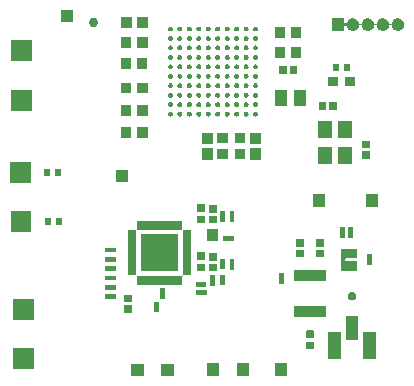
<source format=gbr>
G04 #@! TF.GenerationSoftware,KiCad,Pcbnew,(5.1.0)-1*
G04 #@! TF.CreationDate,2019-07-24T02:43:26-07:00*
G04 #@! TF.ProjectId,SDCard-PCB,53444361-7264-42d5-9043-422e6b696361,rev?*
G04 #@! TF.SameCoordinates,Original*
G04 #@! TF.FileFunction,Soldermask,Top*
G04 #@! TF.FilePolarity,Negative*
%FSLAX46Y46*%
G04 Gerber Fmt 4.6, Leading zero omitted, Abs format (unit mm)*
G04 Created by KiCad (PCBNEW (5.1.0)-1) date 2019-07-24 02:43:26*
%MOMM*%
%LPD*%
G04 APERTURE LIST*
%ADD10C,0.100000*%
G04 APERTURE END LIST*
D10*
G36*
X113453800Y-85082000D02*
G01*
X112403000Y-85082000D01*
X112403000Y-84031200D01*
X113453800Y-84031200D01*
X113453800Y-85082000D01*
X113453800Y-85082000D01*
G37*
G36*
X115981100Y-85069300D02*
G01*
X114930300Y-85069300D01*
X114930300Y-84018500D01*
X115981100Y-84018500D01*
X115981100Y-85069300D01*
X115981100Y-85069300D01*
G37*
G36*
X122381900Y-85043900D02*
G01*
X121331100Y-85043900D01*
X121331100Y-83993100D01*
X122381900Y-83993100D01*
X122381900Y-85043900D01*
X122381900Y-85043900D01*
G37*
G36*
X119841900Y-85043900D02*
G01*
X118791100Y-85043900D01*
X118791100Y-83993100D01*
X119841900Y-83993100D01*
X119841900Y-85043900D01*
X119841900Y-85043900D01*
G37*
G36*
X125607700Y-85043900D02*
G01*
X124556900Y-85043900D01*
X124556900Y-83993100D01*
X125607700Y-83993100D01*
X125607700Y-85043900D01*
X125607700Y-85043900D01*
G37*
G36*
X104113700Y-84438500D02*
G01*
X102362900Y-84438500D01*
X102362900Y-82687700D01*
X104113700Y-82687700D01*
X104113700Y-84438500D01*
X104113700Y-84438500D01*
G37*
G36*
X130142000Y-83619000D02*
G01*
X129041200Y-83619000D01*
X129041200Y-81368200D01*
X130142000Y-81368200D01*
X130142000Y-83619000D01*
X130142000Y-83619000D01*
G37*
G36*
X133092000Y-83619000D02*
G01*
X131991200Y-83619000D01*
X131991200Y-81368200D01*
X133092000Y-81368200D01*
X133092000Y-83619000D01*
X133092000Y-83619000D01*
G37*
G36*
X127787338Y-82170970D02*
G01*
X127805558Y-82176497D01*
X127822344Y-82185469D01*
X127837057Y-82197543D01*
X127849131Y-82212256D01*
X127858103Y-82229042D01*
X127863630Y-82247262D01*
X127866100Y-82272340D01*
X127866100Y-82705460D01*
X127863630Y-82730538D01*
X127858103Y-82748758D01*
X127849131Y-82765544D01*
X127837057Y-82780257D01*
X127822344Y-82792331D01*
X127805558Y-82801303D01*
X127787338Y-82806830D01*
X127762260Y-82809300D01*
X127279140Y-82809300D01*
X127254062Y-82806830D01*
X127235842Y-82801303D01*
X127219056Y-82792331D01*
X127204343Y-82780257D01*
X127192269Y-82765544D01*
X127183297Y-82748758D01*
X127177770Y-82730538D01*
X127175300Y-82705460D01*
X127175300Y-82272340D01*
X127177770Y-82247262D01*
X127183297Y-82229042D01*
X127192269Y-82212256D01*
X127204343Y-82197543D01*
X127219056Y-82185469D01*
X127235842Y-82176497D01*
X127254062Y-82170970D01*
X127279140Y-82168500D01*
X127762260Y-82168500D01*
X127787338Y-82170970D01*
X127787338Y-82170970D01*
G37*
G36*
X131592000Y-82019000D02*
G01*
X130541200Y-82019000D01*
X130541200Y-79968200D01*
X131592000Y-79968200D01*
X131592000Y-82019000D01*
X131592000Y-82019000D01*
G37*
G36*
X127787338Y-81200970D02*
G01*
X127805558Y-81206497D01*
X127822344Y-81215469D01*
X127837057Y-81227543D01*
X127849131Y-81242256D01*
X127858103Y-81259042D01*
X127863630Y-81277262D01*
X127866100Y-81302340D01*
X127866100Y-81735460D01*
X127863630Y-81760538D01*
X127858103Y-81778758D01*
X127849131Y-81795544D01*
X127837057Y-81810257D01*
X127822344Y-81822331D01*
X127805558Y-81831303D01*
X127787338Y-81836830D01*
X127762260Y-81839300D01*
X127279140Y-81839300D01*
X127254062Y-81836830D01*
X127235842Y-81831303D01*
X127219056Y-81822331D01*
X127204343Y-81810257D01*
X127192269Y-81795544D01*
X127183297Y-81778758D01*
X127177770Y-81760538D01*
X127175300Y-81735460D01*
X127175300Y-81302340D01*
X127177770Y-81277262D01*
X127183297Y-81259042D01*
X127192269Y-81242256D01*
X127204343Y-81227543D01*
X127219056Y-81215469D01*
X127235842Y-81206497D01*
X127254062Y-81200970D01*
X127279140Y-81198500D01*
X127762260Y-81198500D01*
X127787338Y-81200970D01*
X127787338Y-81200970D01*
G37*
G36*
X104113700Y-80288500D02*
G01*
X102362900Y-80288500D01*
X102362900Y-78537700D01*
X104113700Y-78537700D01*
X104113700Y-80288500D01*
X104113700Y-80288500D01*
G37*
G36*
X128868800Y-80031980D02*
G01*
X126198000Y-80031980D01*
X126198000Y-79111180D01*
X128868800Y-79111180D01*
X128868800Y-80031980D01*
X128868800Y-80031980D01*
G37*
G36*
X112417900Y-79690900D02*
G01*
X111737100Y-79690900D01*
X111737100Y-79060100D01*
X112417900Y-79060100D01*
X112417900Y-79690900D01*
X112417900Y-79690900D01*
G37*
G36*
X114711300Y-79682400D02*
G01*
X114320500Y-79682400D01*
X114320500Y-78771600D01*
X114711300Y-78771600D01*
X114711300Y-79682400D01*
X114711300Y-79682400D01*
G37*
G36*
X112417900Y-78800900D02*
G01*
X111737100Y-78800900D01*
X111737100Y-78170100D01*
X112417900Y-78170100D01*
X112417900Y-78800900D01*
X112417900Y-78800900D01*
G37*
G36*
X131181120Y-77926906D02*
G01*
X131249437Y-77955204D01*
X131310922Y-77996287D01*
X131363213Y-78048578D01*
X131404296Y-78110063D01*
X131432594Y-78178380D01*
X131447020Y-78250905D01*
X131447020Y-78324855D01*
X131432594Y-78397380D01*
X131404296Y-78465697D01*
X131363213Y-78527182D01*
X131310922Y-78579473D01*
X131249437Y-78620556D01*
X131181120Y-78648854D01*
X131108595Y-78663280D01*
X131034645Y-78663280D01*
X130962120Y-78648854D01*
X130893803Y-78620556D01*
X130832318Y-78579473D01*
X130780027Y-78527182D01*
X130738944Y-78465697D01*
X130710646Y-78397380D01*
X130696220Y-78324855D01*
X130696220Y-78250905D01*
X130710646Y-78178380D01*
X130738944Y-78110063D01*
X130780027Y-78048578D01*
X130832318Y-77996287D01*
X130893803Y-77955204D01*
X130962120Y-77926906D01*
X131034645Y-77912480D01*
X131108595Y-77912480D01*
X131181120Y-77926906D01*
X131181120Y-77926906D01*
G37*
G36*
X111085100Y-78554400D02*
G01*
X110174300Y-78554400D01*
X110174300Y-78163600D01*
X111085100Y-78163600D01*
X111085100Y-78554400D01*
X111085100Y-78554400D01*
G37*
G36*
X115219300Y-78509600D02*
G01*
X114828500Y-78509600D01*
X114828500Y-77598800D01*
X115219300Y-77598800D01*
X115219300Y-78509600D01*
X115219300Y-78509600D01*
G37*
G36*
X118760000Y-78211000D02*
G01*
X117849200Y-78211000D01*
X117849200Y-77820200D01*
X118760000Y-77820200D01*
X118760000Y-78211000D01*
X118760000Y-78211000D01*
G37*
G36*
X111076800Y-77754300D02*
G01*
X110166000Y-77754300D01*
X110166000Y-77363500D01*
X111076800Y-77363500D01*
X111076800Y-77754300D01*
X111076800Y-77754300D01*
G37*
G36*
X118755000Y-77521000D02*
G01*
X117844200Y-77521000D01*
X117844200Y-77130200D01*
X118755000Y-77130200D01*
X118755000Y-77521000D01*
X118755000Y-77521000D01*
G37*
G36*
X119486500Y-77404700D02*
G01*
X119095700Y-77404700D01*
X119095700Y-76493900D01*
X119486500Y-76493900D01*
X119486500Y-77404700D01*
X119486500Y-77404700D01*
G37*
G36*
X120299300Y-77400300D02*
G01*
X119908500Y-77400300D01*
X119908500Y-76489500D01*
X120299300Y-76489500D01*
X120299300Y-77400300D01*
X120299300Y-77400300D01*
G37*
G36*
X116675400Y-72599601D02*
G01*
X116677802Y-72623987D01*
X116684915Y-72647436D01*
X116696466Y-72669047D01*
X116712011Y-72687989D01*
X116730953Y-72703534D01*
X116752564Y-72715085D01*
X116776013Y-72722198D01*
X116800399Y-72724600D01*
X117470400Y-72724600D01*
X117470400Y-76535400D01*
X116800399Y-76535400D01*
X116776013Y-76537802D01*
X116752564Y-76544915D01*
X116730953Y-76556466D01*
X116712011Y-76572011D01*
X116696466Y-76590953D01*
X116684915Y-76612564D01*
X116677802Y-76636013D01*
X116675400Y-76660399D01*
X116675400Y-77330400D01*
X112864600Y-77330400D01*
X112864600Y-76660399D01*
X112862198Y-76636013D01*
X112855085Y-76612564D01*
X112843534Y-76590953D01*
X112827989Y-76572011D01*
X112809047Y-76556466D01*
X112787436Y-76544915D01*
X112763987Y-76537802D01*
X112739601Y-76535400D01*
X112069600Y-76535400D01*
X112069600Y-72785399D01*
X112800400Y-72785399D01*
X112800400Y-76474601D01*
X112802802Y-76498987D01*
X112809915Y-76522436D01*
X112821466Y-76544047D01*
X112837011Y-76562989D01*
X112855953Y-76578534D01*
X112877564Y-76590085D01*
X112901013Y-76597198D01*
X112925399Y-76599600D01*
X116614601Y-76599600D01*
X116638987Y-76597198D01*
X116662436Y-76590085D01*
X116684047Y-76578534D01*
X116702989Y-76562989D01*
X116718534Y-76544047D01*
X116730085Y-76522436D01*
X116737198Y-76498987D01*
X116739600Y-76474601D01*
X116739600Y-72785399D01*
X116737198Y-72761013D01*
X116730085Y-72737564D01*
X116718534Y-72715953D01*
X116702989Y-72697011D01*
X116684047Y-72681466D01*
X116662436Y-72669915D01*
X116638987Y-72662802D01*
X116614601Y-72660400D01*
X112925399Y-72660400D01*
X112901013Y-72662802D01*
X112877564Y-72669915D01*
X112855953Y-72681466D01*
X112837011Y-72697011D01*
X112821466Y-72715953D01*
X112809915Y-72737564D01*
X112802802Y-72761013D01*
X112800400Y-72785399D01*
X112069600Y-72785399D01*
X112069600Y-72724600D01*
X112739601Y-72724600D01*
X112763987Y-72722198D01*
X112787436Y-72715085D01*
X112809047Y-72703534D01*
X112827989Y-72687989D01*
X112843534Y-72669047D01*
X112855085Y-72647436D01*
X112862198Y-72623987D01*
X112864600Y-72599601D01*
X112864600Y-71929600D01*
X116675400Y-71929600D01*
X116675400Y-72599601D01*
X116675400Y-72599601D01*
G37*
G36*
X116345400Y-76205400D02*
G01*
X113194600Y-76205400D01*
X113194600Y-73054600D01*
X116345400Y-73054600D01*
X116345400Y-76205400D01*
X116345400Y-76205400D01*
G37*
G36*
X125315800Y-77250440D02*
G01*
X124925000Y-77250440D01*
X124925000Y-76339640D01*
X125315800Y-76339640D01*
X125315800Y-77250440D01*
X125315800Y-77250440D01*
G37*
G36*
X128868800Y-76981980D02*
G01*
X126198000Y-76981980D01*
X126198000Y-76061180D01*
X128868800Y-76061180D01*
X128868800Y-76981980D01*
X128868800Y-76981980D01*
G37*
G36*
X111072400Y-76954200D02*
G01*
X110161600Y-76954200D01*
X110161600Y-76563400D01*
X111072400Y-76563400D01*
X111072400Y-76954200D01*
X111072400Y-76954200D01*
G37*
G36*
X118556638Y-75562070D02*
G01*
X118574858Y-75567597D01*
X118591644Y-75576569D01*
X118606357Y-75588643D01*
X118618431Y-75603356D01*
X118627403Y-75620142D01*
X118632930Y-75638362D01*
X118635400Y-75663440D01*
X118635400Y-76096560D01*
X118632930Y-76121638D01*
X118627403Y-76139858D01*
X118618431Y-76156644D01*
X118606357Y-76171357D01*
X118591644Y-76183431D01*
X118574858Y-76192403D01*
X118556638Y-76197930D01*
X118531560Y-76200400D01*
X118048440Y-76200400D01*
X118023362Y-76197930D01*
X118005142Y-76192403D01*
X117988356Y-76183431D01*
X117973643Y-76171357D01*
X117961569Y-76156644D01*
X117952597Y-76139858D01*
X117947070Y-76121638D01*
X117944600Y-76096560D01*
X117944600Y-75663440D01*
X117947070Y-75638362D01*
X117952597Y-75620142D01*
X117961569Y-75603356D01*
X117973643Y-75588643D01*
X117988356Y-75576569D01*
X118005142Y-75567597D01*
X118023362Y-75562070D01*
X118048440Y-75559600D01*
X118531560Y-75559600D01*
X118556638Y-75562070D01*
X118556638Y-75562070D01*
G37*
G36*
X119650400Y-76190400D02*
G01*
X118969600Y-76190400D01*
X118969600Y-75559600D01*
X119650400Y-75559600D01*
X119650400Y-76190400D01*
X119650400Y-76190400D01*
G37*
G36*
X111072400Y-76166800D02*
G01*
X110161600Y-76166800D01*
X110161600Y-75776000D01*
X111072400Y-75776000D01*
X111072400Y-76166800D01*
X111072400Y-76166800D01*
G37*
G36*
X131477600Y-75087860D02*
G01*
X130602599Y-75087860D01*
X130578213Y-75090262D01*
X130554764Y-75097375D01*
X130533153Y-75108926D01*
X130514211Y-75124471D01*
X130498666Y-75143413D01*
X130487115Y-75165024D01*
X130480002Y-75188473D01*
X130477600Y-75212859D01*
X130477600Y-75232061D01*
X130480002Y-75256447D01*
X130487115Y-75279896D01*
X130498666Y-75301507D01*
X130514211Y-75320449D01*
X130533153Y-75335994D01*
X130554764Y-75347545D01*
X130578213Y-75354658D01*
X130602599Y-75357060D01*
X131477600Y-75357060D01*
X131477600Y-76147860D01*
X130156800Y-76147860D01*
X130156800Y-74297060D01*
X131477600Y-74297060D01*
X131477600Y-75087860D01*
X131477600Y-75087860D01*
G37*
G36*
X121099400Y-76050200D02*
G01*
X120708600Y-76050200D01*
X120708600Y-75139400D01*
X121099400Y-75139400D01*
X121099400Y-76050200D01*
X121099400Y-76050200D01*
G37*
G36*
X120299300Y-76045800D02*
G01*
X119908500Y-76045800D01*
X119908500Y-75135000D01*
X120299300Y-75135000D01*
X120299300Y-76045800D01*
X120299300Y-76045800D01*
G37*
G36*
X132735140Y-75687660D02*
G01*
X132344340Y-75687660D01*
X132344340Y-74776860D01*
X132735140Y-74776860D01*
X132735140Y-75687660D01*
X132735140Y-75687660D01*
G37*
G36*
X111072400Y-75379400D02*
G01*
X110161600Y-75379400D01*
X110161600Y-74988600D01*
X111072400Y-74988600D01*
X111072400Y-75379400D01*
X111072400Y-75379400D01*
G37*
G36*
X119650400Y-75300400D02*
G01*
X118969600Y-75300400D01*
X118969600Y-74669600D01*
X119650400Y-74669600D01*
X119650400Y-75300400D01*
X119650400Y-75300400D01*
G37*
G36*
X118556638Y-74592070D02*
G01*
X118574858Y-74597597D01*
X118591644Y-74606569D01*
X118606357Y-74618643D01*
X118618431Y-74633356D01*
X118627403Y-74650142D01*
X118632930Y-74668362D01*
X118635400Y-74693440D01*
X118635400Y-75126560D01*
X118632930Y-75151638D01*
X118627403Y-75169858D01*
X118618431Y-75186644D01*
X118606357Y-75201357D01*
X118591644Y-75213431D01*
X118574858Y-75222403D01*
X118556638Y-75227930D01*
X118531560Y-75230400D01*
X118048440Y-75230400D01*
X118023362Y-75227930D01*
X118005142Y-75222403D01*
X117988356Y-75213431D01*
X117973643Y-75201357D01*
X117961569Y-75186644D01*
X117952597Y-75169858D01*
X117947070Y-75151638D01*
X117944600Y-75126560D01*
X117944600Y-74693440D01*
X117947070Y-74668362D01*
X117952597Y-74650142D01*
X117961569Y-74633356D01*
X117973643Y-74618643D01*
X117988356Y-74606569D01*
X118005142Y-74597597D01*
X118023362Y-74592070D01*
X118048440Y-74589600D01*
X118531560Y-74589600D01*
X118556638Y-74592070D01*
X118556638Y-74592070D01*
G37*
G36*
X126987340Y-74993940D02*
G01*
X126306540Y-74993940D01*
X126306540Y-74363140D01*
X126987340Y-74363140D01*
X126987340Y-74993940D01*
X126987340Y-74993940D01*
G37*
G36*
X128732320Y-74991400D02*
G01*
X128051520Y-74991400D01*
X128051520Y-74360600D01*
X128732320Y-74360600D01*
X128732320Y-74991400D01*
X128732320Y-74991400D01*
G37*
G36*
X111072400Y-74604700D02*
G01*
X110161600Y-74604700D01*
X110161600Y-74213900D01*
X111072400Y-74213900D01*
X111072400Y-74604700D01*
X111072400Y-74604700D01*
G37*
G36*
X126987340Y-74103940D02*
G01*
X126306540Y-74103940D01*
X126306540Y-73473140D01*
X126987340Y-73473140D01*
X126987340Y-74103940D01*
X126987340Y-74103940D01*
G37*
G36*
X128732320Y-74101400D02*
G01*
X128051520Y-74101400D01*
X128051520Y-73470600D01*
X128732320Y-73470600D01*
X128732320Y-74101400D01*
X128732320Y-74101400D01*
G37*
G36*
X119746500Y-73639500D02*
G01*
X118835700Y-73639500D01*
X118835700Y-72613700D01*
X119746500Y-72613700D01*
X119746500Y-73639500D01*
X119746500Y-73639500D01*
G37*
G36*
X121075600Y-73639500D02*
G01*
X120164800Y-73639500D01*
X120164800Y-73248700D01*
X121075600Y-73248700D01*
X121075600Y-73639500D01*
X121075600Y-73639500D01*
G37*
G36*
X131132400Y-73395900D02*
G01*
X130741600Y-73395900D01*
X130741600Y-72485100D01*
X131132400Y-72485100D01*
X131132400Y-73395900D01*
X131132400Y-73395900D01*
G37*
G36*
X130472000Y-73391500D02*
G01*
X130081200Y-73391500D01*
X130081200Y-72480700D01*
X130472000Y-72480700D01*
X130472000Y-73391500D01*
X130472000Y-73391500D01*
G37*
G36*
X103918500Y-72849300D02*
G01*
X102167700Y-72849300D01*
X102167700Y-71098500D01*
X103918500Y-71098500D01*
X103918500Y-72849300D01*
X103918500Y-72849300D01*
G37*
G36*
X105608600Y-72294080D02*
G01*
X105067800Y-72294080D01*
X105067800Y-71683280D01*
X105608600Y-71683280D01*
X105608600Y-72294080D01*
X105608600Y-72294080D01*
G37*
G36*
X106518600Y-72294080D02*
G01*
X105977800Y-72294080D01*
X105977800Y-71683280D01*
X106518600Y-71683280D01*
X106518600Y-72294080D01*
X106518600Y-72294080D01*
G37*
G36*
X118553938Y-71491970D02*
G01*
X118572158Y-71497497D01*
X118588944Y-71506469D01*
X118603657Y-71518543D01*
X118615731Y-71533256D01*
X118624703Y-71550042D01*
X118630230Y-71568262D01*
X118632700Y-71593340D01*
X118632700Y-72026460D01*
X118630230Y-72051538D01*
X118624703Y-72069758D01*
X118615731Y-72086544D01*
X118603657Y-72101257D01*
X118588944Y-72113331D01*
X118572158Y-72122303D01*
X118553938Y-72127830D01*
X118528860Y-72130300D01*
X118045740Y-72130300D01*
X118020662Y-72127830D01*
X118002442Y-72122303D01*
X117985656Y-72113331D01*
X117970943Y-72101257D01*
X117958869Y-72086544D01*
X117949897Y-72069758D01*
X117944370Y-72051538D01*
X117941900Y-72026460D01*
X117941900Y-71593340D01*
X117944370Y-71568262D01*
X117949897Y-71550042D01*
X117958869Y-71533256D01*
X117970943Y-71518543D01*
X117985656Y-71506469D01*
X118002442Y-71497497D01*
X118020662Y-71491970D01*
X118045740Y-71489500D01*
X118528860Y-71489500D01*
X118553938Y-71491970D01*
X118553938Y-71491970D01*
G37*
G36*
X119627700Y-72125300D02*
G01*
X118946900Y-72125300D01*
X118946900Y-71494500D01*
X119627700Y-71494500D01*
X119627700Y-72125300D01*
X119627700Y-72125300D01*
G37*
G36*
X120302700Y-71985300D02*
G01*
X119911900Y-71985300D01*
X119911900Y-71074500D01*
X120302700Y-71074500D01*
X120302700Y-71985300D01*
X120302700Y-71985300D01*
G37*
G36*
X121112700Y-71985300D02*
G01*
X120721900Y-71985300D01*
X120721900Y-71074500D01*
X121112700Y-71074500D01*
X121112700Y-71985300D01*
X121112700Y-71985300D01*
G37*
G36*
X119627700Y-71235300D02*
G01*
X118946900Y-71235300D01*
X118946900Y-70604500D01*
X119627700Y-70604500D01*
X119627700Y-71235300D01*
X119627700Y-71235300D01*
G37*
G36*
X118553938Y-70521970D02*
G01*
X118572158Y-70527497D01*
X118588944Y-70536469D01*
X118603657Y-70548543D01*
X118615731Y-70563256D01*
X118624703Y-70580042D01*
X118630230Y-70598262D01*
X118632700Y-70623340D01*
X118632700Y-71056460D01*
X118630230Y-71081538D01*
X118624703Y-71099758D01*
X118615731Y-71116544D01*
X118603657Y-71131257D01*
X118588944Y-71143331D01*
X118572158Y-71152303D01*
X118553938Y-71157830D01*
X118528860Y-71160300D01*
X118045740Y-71160300D01*
X118020662Y-71157830D01*
X118002442Y-71152303D01*
X117985656Y-71143331D01*
X117970943Y-71131257D01*
X117958869Y-71116544D01*
X117949897Y-71099758D01*
X117944370Y-71081538D01*
X117941900Y-71056460D01*
X117941900Y-70623340D01*
X117944370Y-70598262D01*
X117949897Y-70580042D01*
X117958869Y-70563256D01*
X117970943Y-70548543D01*
X117985656Y-70536469D01*
X118002442Y-70527497D01*
X118020662Y-70521970D01*
X118045740Y-70519500D01*
X118528860Y-70519500D01*
X118553938Y-70521970D01*
X118553938Y-70521970D01*
G37*
G36*
X128808100Y-70731000D02*
G01*
X127757300Y-70731000D01*
X127757300Y-69680200D01*
X128808100Y-69680200D01*
X128808100Y-70731000D01*
X128808100Y-70731000D01*
G37*
G36*
X133278500Y-70731000D02*
G01*
X132227700Y-70731000D01*
X132227700Y-69680200D01*
X133278500Y-69680200D01*
X133278500Y-70731000D01*
X133278500Y-70731000D01*
G37*
G36*
X103910500Y-68699300D02*
G01*
X102159700Y-68699300D01*
X102159700Y-66948500D01*
X103910500Y-66948500D01*
X103910500Y-68699300D01*
X103910500Y-68699300D01*
G37*
G36*
X112107600Y-68648200D02*
G01*
X111056800Y-68648200D01*
X111056800Y-67597400D01*
X112107600Y-67597400D01*
X112107600Y-68648200D01*
X112107600Y-68648200D01*
G37*
G36*
X105542900Y-68136100D02*
G01*
X105002100Y-68136100D01*
X105002100Y-67525300D01*
X105542900Y-67525300D01*
X105542900Y-68136100D01*
X105542900Y-68136100D01*
G37*
G36*
X106452900Y-68136100D02*
G01*
X105912100Y-68136100D01*
X105912100Y-67525300D01*
X106452900Y-67525300D01*
X106452900Y-68136100D01*
X106452900Y-68136100D01*
G37*
G36*
X129406840Y-67093240D02*
G01*
X128156040Y-67093240D01*
X128156040Y-65642440D01*
X129406840Y-65642440D01*
X129406840Y-67093240D01*
X129406840Y-67093240D01*
G37*
G36*
X131106840Y-67093240D02*
G01*
X129856040Y-67093240D01*
X129856040Y-65642440D01*
X131106840Y-65642440D01*
X131106840Y-67093240D01*
X131106840Y-67093240D01*
G37*
G36*
X119332000Y-66739000D02*
G01*
X118361200Y-66739000D01*
X118361200Y-65798200D01*
X119332000Y-65798200D01*
X119332000Y-66739000D01*
X119332000Y-66739000D01*
G37*
G36*
X123383300Y-66739000D02*
G01*
X122412500Y-66739000D01*
X122412500Y-65798200D01*
X123383300Y-65798200D01*
X123383300Y-66739000D01*
X123383300Y-66739000D01*
G37*
G36*
X120602400Y-66699000D02*
G01*
X119681600Y-66699000D01*
X119681600Y-65838200D01*
X120602400Y-65838200D01*
X120602400Y-66699000D01*
X120602400Y-66699000D01*
G37*
G36*
X122057820Y-66698280D02*
G01*
X121137020Y-66698280D01*
X121137020Y-65837480D01*
X122057820Y-65837480D01*
X122057820Y-66698280D01*
X122057820Y-66698280D01*
G37*
G36*
X132631220Y-66670360D02*
G01*
X131950420Y-66670360D01*
X131950420Y-66039560D01*
X132631220Y-66039560D01*
X132631220Y-66670360D01*
X132631220Y-66670360D01*
G37*
G36*
X132631220Y-65780360D02*
G01*
X131950420Y-65780360D01*
X131950420Y-65149560D01*
X132631220Y-65149560D01*
X132631220Y-65780360D01*
X132631220Y-65780360D01*
G37*
G36*
X119332000Y-65409000D02*
G01*
X118361200Y-65409000D01*
X118361200Y-64468200D01*
X119332000Y-64468200D01*
X119332000Y-65409000D01*
X119332000Y-65409000D01*
G37*
G36*
X123383300Y-65409000D02*
G01*
X122412500Y-65409000D01*
X122412500Y-64468200D01*
X123383300Y-64468200D01*
X123383300Y-65409000D01*
X123383300Y-65409000D01*
G37*
G36*
X120602400Y-65339000D02*
G01*
X119681600Y-65339000D01*
X119681600Y-64478200D01*
X120602400Y-64478200D01*
X120602400Y-65339000D01*
X120602400Y-65339000D01*
G37*
G36*
X122057820Y-65338280D02*
G01*
X121137020Y-65338280D01*
X121137020Y-64477480D01*
X122057820Y-64477480D01*
X122057820Y-65338280D01*
X122057820Y-65338280D01*
G37*
G36*
X129406840Y-64893240D02*
G01*
X128156040Y-64893240D01*
X128156040Y-63442440D01*
X129406840Y-63442440D01*
X129406840Y-64893240D01*
X129406840Y-64893240D01*
G37*
G36*
X131106840Y-64893240D02*
G01*
X129856040Y-64893240D01*
X129856040Y-63442440D01*
X131106840Y-63442440D01*
X131106840Y-64893240D01*
X131106840Y-64893240D01*
G37*
G36*
X112401940Y-64887500D02*
G01*
X111541140Y-64887500D01*
X111541140Y-63966700D01*
X112401940Y-63966700D01*
X112401940Y-64887500D01*
X112401940Y-64887500D01*
G37*
G36*
X113761940Y-64887500D02*
G01*
X112901140Y-64887500D01*
X112901140Y-63966700D01*
X113761940Y-63966700D01*
X113761940Y-64887500D01*
X113761940Y-64887500D01*
G37*
G36*
X122965171Y-62681285D02*
G01*
X123003461Y-62697145D01*
X123037921Y-62720171D01*
X123067229Y-62749479D01*
X123090255Y-62783939D01*
X123106115Y-62822229D01*
X123114200Y-62862876D01*
X123114200Y-62904324D01*
X123106115Y-62944971D01*
X123090255Y-62983261D01*
X123067229Y-63017721D01*
X123037921Y-63047029D01*
X123003461Y-63070055D01*
X122965171Y-63085915D01*
X122924524Y-63094000D01*
X122883076Y-63094000D01*
X122842429Y-63085915D01*
X122804139Y-63070055D01*
X122769679Y-63047029D01*
X122740371Y-63017721D01*
X122717345Y-62983261D01*
X122701485Y-62944971D01*
X122693400Y-62904324D01*
X122693400Y-62862876D01*
X122701485Y-62822229D01*
X122717345Y-62783939D01*
X122740371Y-62749479D01*
X122769679Y-62720171D01*
X122804139Y-62697145D01*
X122842429Y-62681285D01*
X122883076Y-62673200D01*
X122924524Y-62673200D01*
X122965171Y-62681285D01*
X122965171Y-62681285D01*
G37*
G36*
X122165171Y-62681285D02*
G01*
X122203461Y-62697145D01*
X122237921Y-62720171D01*
X122267229Y-62749479D01*
X122290255Y-62783939D01*
X122306115Y-62822229D01*
X122314200Y-62862876D01*
X122314200Y-62904324D01*
X122306115Y-62944971D01*
X122290255Y-62983261D01*
X122267229Y-63017721D01*
X122237921Y-63047029D01*
X122203461Y-63070055D01*
X122165171Y-63085915D01*
X122124524Y-63094000D01*
X122083076Y-63094000D01*
X122042429Y-63085915D01*
X122004139Y-63070055D01*
X121969679Y-63047029D01*
X121940371Y-63017721D01*
X121917345Y-62983261D01*
X121901485Y-62944971D01*
X121893400Y-62904324D01*
X121893400Y-62862876D01*
X121901485Y-62822229D01*
X121917345Y-62783939D01*
X121940371Y-62749479D01*
X121969679Y-62720171D01*
X122004139Y-62697145D01*
X122042429Y-62681285D01*
X122083076Y-62673200D01*
X122124524Y-62673200D01*
X122165171Y-62681285D01*
X122165171Y-62681285D01*
G37*
G36*
X116565171Y-62681285D02*
G01*
X116603461Y-62697145D01*
X116637921Y-62720171D01*
X116667229Y-62749479D01*
X116690255Y-62783939D01*
X116706115Y-62822229D01*
X116714200Y-62862876D01*
X116714200Y-62904324D01*
X116706115Y-62944971D01*
X116690255Y-62983261D01*
X116667229Y-63017721D01*
X116637921Y-63047029D01*
X116603461Y-63070055D01*
X116565171Y-63085915D01*
X116524524Y-63094000D01*
X116483076Y-63094000D01*
X116442429Y-63085915D01*
X116404139Y-63070055D01*
X116369679Y-63047029D01*
X116340371Y-63017721D01*
X116317345Y-62983261D01*
X116301485Y-62944971D01*
X116293400Y-62904324D01*
X116293400Y-62862876D01*
X116301485Y-62822229D01*
X116317345Y-62783939D01*
X116340371Y-62749479D01*
X116369679Y-62720171D01*
X116404139Y-62697145D01*
X116442429Y-62681285D01*
X116483076Y-62673200D01*
X116524524Y-62673200D01*
X116565171Y-62681285D01*
X116565171Y-62681285D01*
G37*
G36*
X119765171Y-62681285D02*
G01*
X119803461Y-62697145D01*
X119837921Y-62720171D01*
X119867229Y-62749479D01*
X119890255Y-62783939D01*
X119906115Y-62822229D01*
X119914200Y-62862876D01*
X119914200Y-62904324D01*
X119906115Y-62944971D01*
X119890255Y-62983261D01*
X119867229Y-63017721D01*
X119837921Y-63047029D01*
X119803461Y-63070055D01*
X119765171Y-63085915D01*
X119724524Y-63094000D01*
X119683076Y-63094000D01*
X119642429Y-63085915D01*
X119604139Y-63070055D01*
X119569679Y-63047029D01*
X119540371Y-63017721D01*
X119517345Y-62983261D01*
X119501485Y-62944971D01*
X119493400Y-62904324D01*
X119493400Y-62862876D01*
X119501485Y-62822229D01*
X119517345Y-62783939D01*
X119540371Y-62749479D01*
X119569679Y-62720171D01*
X119604139Y-62697145D01*
X119642429Y-62681285D01*
X119683076Y-62673200D01*
X119724524Y-62673200D01*
X119765171Y-62681285D01*
X119765171Y-62681285D01*
G37*
G36*
X115765171Y-62681285D02*
G01*
X115803461Y-62697145D01*
X115837921Y-62720171D01*
X115867229Y-62749479D01*
X115890255Y-62783939D01*
X115906115Y-62822229D01*
X115914200Y-62862876D01*
X115914200Y-62904324D01*
X115906115Y-62944971D01*
X115890255Y-62983261D01*
X115867229Y-63017721D01*
X115837921Y-63047029D01*
X115803461Y-63070055D01*
X115765171Y-63085915D01*
X115724524Y-63094000D01*
X115683076Y-63094000D01*
X115642429Y-63085915D01*
X115604139Y-63070055D01*
X115569679Y-63047029D01*
X115540371Y-63017721D01*
X115517345Y-62983261D01*
X115501485Y-62944971D01*
X115493400Y-62904324D01*
X115493400Y-62862876D01*
X115501485Y-62822229D01*
X115517345Y-62783939D01*
X115540371Y-62749479D01*
X115569679Y-62720171D01*
X115604139Y-62697145D01*
X115642429Y-62681285D01*
X115683076Y-62673200D01*
X115724524Y-62673200D01*
X115765171Y-62681285D01*
X115765171Y-62681285D01*
G37*
G36*
X120565171Y-62681285D02*
G01*
X120603461Y-62697145D01*
X120637921Y-62720171D01*
X120667229Y-62749479D01*
X120690255Y-62783939D01*
X120706115Y-62822229D01*
X120714200Y-62862876D01*
X120714200Y-62904324D01*
X120706115Y-62944971D01*
X120690255Y-62983261D01*
X120667229Y-63017721D01*
X120637921Y-63047029D01*
X120603461Y-63070055D01*
X120565171Y-63085915D01*
X120524524Y-63094000D01*
X120483076Y-63094000D01*
X120442429Y-63085915D01*
X120404139Y-63070055D01*
X120369679Y-63047029D01*
X120340371Y-63017721D01*
X120317345Y-62983261D01*
X120301485Y-62944971D01*
X120293400Y-62904324D01*
X120293400Y-62862876D01*
X120301485Y-62822229D01*
X120317345Y-62783939D01*
X120340371Y-62749479D01*
X120369679Y-62720171D01*
X120404139Y-62697145D01*
X120442429Y-62681285D01*
X120483076Y-62673200D01*
X120524524Y-62673200D01*
X120565171Y-62681285D01*
X120565171Y-62681285D01*
G37*
G36*
X121365171Y-62681285D02*
G01*
X121403461Y-62697145D01*
X121437921Y-62720171D01*
X121467229Y-62749479D01*
X121490255Y-62783939D01*
X121506115Y-62822229D01*
X121514200Y-62862876D01*
X121514200Y-62904324D01*
X121506115Y-62944971D01*
X121490255Y-62983261D01*
X121467229Y-63017721D01*
X121437921Y-63047029D01*
X121403461Y-63070055D01*
X121365171Y-63085915D01*
X121324524Y-63094000D01*
X121283076Y-63094000D01*
X121242429Y-63085915D01*
X121204139Y-63070055D01*
X121169679Y-63047029D01*
X121140371Y-63017721D01*
X121117345Y-62983261D01*
X121101485Y-62944971D01*
X121093400Y-62904324D01*
X121093400Y-62862876D01*
X121101485Y-62822229D01*
X121117345Y-62783939D01*
X121140371Y-62749479D01*
X121169679Y-62720171D01*
X121204139Y-62697145D01*
X121242429Y-62681285D01*
X121283076Y-62673200D01*
X121324524Y-62673200D01*
X121365171Y-62681285D01*
X121365171Y-62681285D01*
G37*
G36*
X118965171Y-62681285D02*
G01*
X119003461Y-62697145D01*
X119037921Y-62720171D01*
X119067229Y-62749479D01*
X119090255Y-62783939D01*
X119106115Y-62822229D01*
X119114200Y-62862876D01*
X119114200Y-62904324D01*
X119106115Y-62944971D01*
X119090255Y-62983261D01*
X119067229Y-63017721D01*
X119037921Y-63047029D01*
X119003461Y-63070055D01*
X118965171Y-63085915D01*
X118924524Y-63094000D01*
X118883076Y-63094000D01*
X118842429Y-63085915D01*
X118804139Y-63070055D01*
X118769679Y-63047029D01*
X118740371Y-63017721D01*
X118717345Y-62983261D01*
X118701485Y-62944971D01*
X118693400Y-62904324D01*
X118693400Y-62862876D01*
X118701485Y-62822229D01*
X118717345Y-62783939D01*
X118740371Y-62749479D01*
X118769679Y-62720171D01*
X118804139Y-62697145D01*
X118842429Y-62681285D01*
X118883076Y-62673200D01*
X118924524Y-62673200D01*
X118965171Y-62681285D01*
X118965171Y-62681285D01*
G37*
G36*
X118165171Y-62681285D02*
G01*
X118203461Y-62697145D01*
X118237921Y-62720171D01*
X118267229Y-62749479D01*
X118290255Y-62783939D01*
X118306115Y-62822229D01*
X118314200Y-62862876D01*
X118314200Y-62904324D01*
X118306115Y-62944971D01*
X118290255Y-62983261D01*
X118267229Y-63017721D01*
X118237921Y-63047029D01*
X118203461Y-63070055D01*
X118165171Y-63085915D01*
X118124524Y-63094000D01*
X118083076Y-63094000D01*
X118042429Y-63085915D01*
X118004139Y-63070055D01*
X117969679Y-63047029D01*
X117940371Y-63017721D01*
X117917345Y-62983261D01*
X117901485Y-62944971D01*
X117893400Y-62904324D01*
X117893400Y-62862876D01*
X117901485Y-62822229D01*
X117917345Y-62783939D01*
X117940371Y-62749479D01*
X117969679Y-62720171D01*
X118004139Y-62697145D01*
X118042429Y-62681285D01*
X118083076Y-62673200D01*
X118124524Y-62673200D01*
X118165171Y-62681285D01*
X118165171Y-62681285D01*
G37*
G36*
X117365171Y-62681285D02*
G01*
X117403461Y-62697145D01*
X117437921Y-62720171D01*
X117467229Y-62749479D01*
X117490255Y-62783939D01*
X117506115Y-62822229D01*
X117514200Y-62862876D01*
X117514200Y-62904324D01*
X117506115Y-62944971D01*
X117490255Y-62983261D01*
X117467229Y-63017721D01*
X117437921Y-63047029D01*
X117403461Y-63070055D01*
X117365171Y-63085915D01*
X117324524Y-63094000D01*
X117283076Y-63094000D01*
X117242429Y-63085915D01*
X117204139Y-63070055D01*
X117169679Y-63047029D01*
X117140371Y-63017721D01*
X117117345Y-62983261D01*
X117101485Y-62944971D01*
X117093400Y-62904324D01*
X117093400Y-62862876D01*
X117101485Y-62822229D01*
X117117345Y-62783939D01*
X117140371Y-62749479D01*
X117169679Y-62720171D01*
X117204139Y-62697145D01*
X117242429Y-62681285D01*
X117283076Y-62673200D01*
X117324524Y-62673200D01*
X117365171Y-62681285D01*
X117365171Y-62681285D01*
G37*
G36*
X113761940Y-63028220D02*
G01*
X112901140Y-63028220D01*
X112901140Y-62107420D01*
X113761940Y-62107420D01*
X113761940Y-63028220D01*
X113761940Y-63028220D01*
G37*
G36*
X112401940Y-63028220D02*
G01*
X111541140Y-63028220D01*
X111541140Y-62107420D01*
X112401940Y-62107420D01*
X112401940Y-63028220D01*
X112401940Y-63028220D01*
G37*
G36*
X103968500Y-62589300D02*
G01*
X102217700Y-62589300D01*
X102217700Y-60838500D01*
X103968500Y-60838500D01*
X103968500Y-62589300D01*
X103968500Y-62589300D01*
G37*
G36*
X129800020Y-62567860D02*
G01*
X129169220Y-62567860D01*
X129169220Y-61887060D01*
X129800020Y-61887060D01*
X129800020Y-62567860D01*
X129800020Y-62567860D01*
G37*
G36*
X128910020Y-62567860D02*
G01*
X128279220Y-62567860D01*
X128279220Y-61887060D01*
X128910020Y-61887060D01*
X128910020Y-62567860D01*
X128910020Y-62567860D01*
G37*
G36*
X120565171Y-61881285D02*
G01*
X120603461Y-61897145D01*
X120637921Y-61920171D01*
X120667229Y-61949479D01*
X120690255Y-61983939D01*
X120706115Y-62022229D01*
X120714200Y-62062876D01*
X120714200Y-62104324D01*
X120706115Y-62144971D01*
X120690255Y-62183261D01*
X120667229Y-62217721D01*
X120637921Y-62247029D01*
X120603461Y-62270055D01*
X120565171Y-62285915D01*
X120524524Y-62294000D01*
X120483076Y-62294000D01*
X120442429Y-62285915D01*
X120404139Y-62270055D01*
X120369679Y-62247029D01*
X120340371Y-62217721D01*
X120317345Y-62183261D01*
X120301485Y-62144971D01*
X120293400Y-62104324D01*
X120293400Y-62062876D01*
X120301485Y-62022229D01*
X120317345Y-61983939D01*
X120340371Y-61949479D01*
X120369679Y-61920171D01*
X120404139Y-61897145D01*
X120442429Y-61881285D01*
X120483076Y-61873200D01*
X120524524Y-61873200D01*
X120565171Y-61881285D01*
X120565171Y-61881285D01*
G37*
G36*
X115765171Y-61881285D02*
G01*
X115803461Y-61897145D01*
X115837921Y-61920171D01*
X115867229Y-61949479D01*
X115890255Y-61983939D01*
X115906115Y-62022229D01*
X115914200Y-62062876D01*
X115914200Y-62104324D01*
X115906115Y-62144971D01*
X115890255Y-62183261D01*
X115867229Y-62217721D01*
X115837921Y-62247029D01*
X115803461Y-62270055D01*
X115765171Y-62285915D01*
X115724524Y-62294000D01*
X115683076Y-62294000D01*
X115642429Y-62285915D01*
X115604139Y-62270055D01*
X115569679Y-62247029D01*
X115540371Y-62217721D01*
X115517345Y-62183261D01*
X115501485Y-62144971D01*
X115493400Y-62104324D01*
X115493400Y-62062876D01*
X115501485Y-62022229D01*
X115517345Y-61983939D01*
X115540371Y-61949479D01*
X115569679Y-61920171D01*
X115604139Y-61897145D01*
X115642429Y-61881285D01*
X115683076Y-61873200D01*
X115724524Y-61873200D01*
X115765171Y-61881285D01*
X115765171Y-61881285D01*
G37*
G36*
X116565171Y-61881285D02*
G01*
X116603461Y-61897145D01*
X116637921Y-61920171D01*
X116667229Y-61949479D01*
X116690255Y-61983939D01*
X116706115Y-62022229D01*
X116714200Y-62062876D01*
X116714200Y-62104324D01*
X116706115Y-62144971D01*
X116690255Y-62183261D01*
X116667229Y-62217721D01*
X116637921Y-62247029D01*
X116603461Y-62270055D01*
X116565171Y-62285915D01*
X116524524Y-62294000D01*
X116483076Y-62294000D01*
X116442429Y-62285915D01*
X116404139Y-62270055D01*
X116369679Y-62247029D01*
X116340371Y-62217721D01*
X116317345Y-62183261D01*
X116301485Y-62144971D01*
X116293400Y-62104324D01*
X116293400Y-62062876D01*
X116301485Y-62022229D01*
X116317345Y-61983939D01*
X116340371Y-61949479D01*
X116369679Y-61920171D01*
X116404139Y-61897145D01*
X116442429Y-61881285D01*
X116483076Y-61873200D01*
X116524524Y-61873200D01*
X116565171Y-61881285D01*
X116565171Y-61881285D01*
G37*
G36*
X117365171Y-61881285D02*
G01*
X117403461Y-61897145D01*
X117437921Y-61920171D01*
X117467229Y-61949479D01*
X117490255Y-61983939D01*
X117506115Y-62022229D01*
X117514200Y-62062876D01*
X117514200Y-62104324D01*
X117506115Y-62144971D01*
X117490255Y-62183261D01*
X117467229Y-62217721D01*
X117437921Y-62247029D01*
X117403461Y-62270055D01*
X117365171Y-62285915D01*
X117324524Y-62294000D01*
X117283076Y-62294000D01*
X117242429Y-62285915D01*
X117204139Y-62270055D01*
X117169679Y-62247029D01*
X117140371Y-62217721D01*
X117117345Y-62183261D01*
X117101485Y-62144971D01*
X117093400Y-62104324D01*
X117093400Y-62062876D01*
X117101485Y-62022229D01*
X117117345Y-61983939D01*
X117140371Y-61949479D01*
X117169679Y-61920171D01*
X117204139Y-61897145D01*
X117242429Y-61881285D01*
X117283076Y-61873200D01*
X117324524Y-61873200D01*
X117365171Y-61881285D01*
X117365171Y-61881285D01*
G37*
G36*
X118165171Y-61881285D02*
G01*
X118203461Y-61897145D01*
X118237921Y-61920171D01*
X118267229Y-61949479D01*
X118290255Y-61983939D01*
X118306115Y-62022229D01*
X118314200Y-62062876D01*
X118314200Y-62104324D01*
X118306115Y-62144971D01*
X118290255Y-62183261D01*
X118267229Y-62217721D01*
X118237921Y-62247029D01*
X118203461Y-62270055D01*
X118165171Y-62285915D01*
X118124524Y-62294000D01*
X118083076Y-62294000D01*
X118042429Y-62285915D01*
X118004139Y-62270055D01*
X117969679Y-62247029D01*
X117940371Y-62217721D01*
X117917345Y-62183261D01*
X117901485Y-62144971D01*
X117893400Y-62104324D01*
X117893400Y-62062876D01*
X117901485Y-62022229D01*
X117917345Y-61983939D01*
X117940371Y-61949479D01*
X117969679Y-61920171D01*
X118004139Y-61897145D01*
X118042429Y-61881285D01*
X118083076Y-61873200D01*
X118124524Y-61873200D01*
X118165171Y-61881285D01*
X118165171Y-61881285D01*
G37*
G36*
X118965171Y-61881285D02*
G01*
X119003461Y-61897145D01*
X119037921Y-61920171D01*
X119067229Y-61949479D01*
X119090255Y-61983939D01*
X119106115Y-62022229D01*
X119114200Y-62062876D01*
X119114200Y-62104324D01*
X119106115Y-62144971D01*
X119090255Y-62183261D01*
X119067229Y-62217721D01*
X119037921Y-62247029D01*
X119003461Y-62270055D01*
X118965171Y-62285915D01*
X118924524Y-62294000D01*
X118883076Y-62294000D01*
X118842429Y-62285915D01*
X118804139Y-62270055D01*
X118769679Y-62247029D01*
X118740371Y-62217721D01*
X118717345Y-62183261D01*
X118701485Y-62144971D01*
X118693400Y-62104324D01*
X118693400Y-62062876D01*
X118701485Y-62022229D01*
X118717345Y-61983939D01*
X118740371Y-61949479D01*
X118769679Y-61920171D01*
X118804139Y-61897145D01*
X118842429Y-61881285D01*
X118883076Y-61873200D01*
X118924524Y-61873200D01*
X118965171Y-61881285D01*
X118965171Y-61881285D01*
G37*
G36*
X119765171Y-61881285D02*
G01*
X119803461Y-61897145D01*
X119837921Y-61920171D01*
X119867229Y-61949479D01*
X119890255Y-61983939D01*
X119906115Y-62022229D01*
X119914200Y-62062876D01*
X119914200Y-62104324D01*
X119906115Y-62144971D01*
X119890255Y-62183261D01*
X119867229Y-62217721D01*
X119837921Y-62247029D01*
X119803461Y-62270055D01*
X119765171Y-62285915D01*
X119724524Y-62294000D01*
X119683076Y-62294000D01*
X119642429Y-62285915D01*
X119604139Y-62270055D01*
X119569679Y-62247029D01*
X119540371Y-62217721D01*
X119517345Y-62183261D01*
X119501485Y-62144971D01*
X119493400Y-62104324D01*
X119493400Y-62062876D01*
X119501485Y-62022229D01*
X119517345Y-61983939D01*
X119540371Y-61949479D01*
X119569679Y-61920171D01*
X119604139Y-61897145D01*
X119642429Y-61881285D01*
X119683076Y-61873200D01*
X119724524Y-61873200D01*
X119765171Y-61881285D01*
X119765171Y-61881285D01*
G37*
G36*
X122965171Y-61881285D02*
G01*
X123003461Y-61897145D01*
X123037921Y-61920171D01*
X123067229Y-61949479D01*
X123090255Y-61983939D01*
X123106115Y-62022229D01*
X123114200Y-62062876D01*
X123114200Y-62104324D01*
X123106115Y-62144971D01*
X123090255Y-62183261D01*
X123067229Y-62217721D01*
X123037921Y-62247029D01*
X123003461Y-62270055D01*
X122965171Y-62285915D01*
X122924524Y-62294000D01*
X122883076Y-62294000D01*
X122842429Y-62285915D01*
X122804139Y-62270055D01*
X122769679Y-62247029D01*
X122740371Y-62217721D01*
X122717345Y-62183261D01*
X122701485Y-62144971D01*
X122693400Y-62104324D01*
X122693400Y-62062876D01*
X122701485Y-62022229D01*
X122717345Y-61983939D01*
X122740371Y-61949479D01*
X122769679Y-61920171D01*
X122804139Y-61897145D01*
X122842429Y-61881285D01*
X122883076Y-61873200D01*
X122924524Y-61873200D01*
X122965171Y-61881285D01*
X122965171Y-61881285D01*
G37*
G36*
X121365171Y-61881285D02*
G01*
X121403461Y-61897145D01*
X121437921Y-61920171D01*
X121467229Y-61949479D01*
X121490255Y-61983939D01*
X121506115Y-62022229D01*
X121514200Y-62062876D01*
X121514200Y-62104324D01*
X121506115Y-62144971D01*
X121490255Y-62183261D01*
X121467229Y-62217721D01*
X121437921Y-62247029D01*
X121403461Y-62270055D01*
X121365171Y-62285915D01*
X121324524Y-62294000D01*
X121283076Y-62294000D01*
X121242429Y-62285915D01*
X121204139Y-62270055D01*
X121169679Y-62247029D01*
X121140371Y-62217721D01*
X121117345Y-62183261D01*
X121101485Y-62144971D01*
X121093400Y-62104324D01*
X121093400Y-62062876D01*
X121101485Y-62022229D01*
X121117345Y-61983939D01*
X121140371Y-61949479D01*
X121169679Y-61920171D01*
X121204139Y-61897145D01*
X121242429Y-61881285D01*
X121283076Y-61873200D01*
X121324524Y-61873200D01*
X121365171Y-61881285D01*
X121365171Y-61881285D01*
G37*
G36*
X122165171Y-61881285D02*
G01*
X122203461Y-61897145D01*
X122237921Y-61920171D01*
X122267229Y-61949479D01*
X122290255Y-61983939D01*
X122306115Y-62022229D01*
X122314200Y-62062876D01*
X122314200Y-62104324D01*
X122306115Y-62144971D01*
X122290255Y-62183261D01*
X122267229Y-62217721D01*
X122237921Y-62247029D01*
X122203461Y-62270055D01*
X122165171Y-62285915D01*
X122124524Y-62294000D01*
X122083076Y-62294000D01*
X122042429Y-62285915D01*
X122004139Y-62270055D01*
X121969679Y-62247029D01*
X121940371Y-62217721D01*
X121917345Y-62183261D01*
X121901485Y-62144971D01*
X121893400Y-62104324D01*
X121893400Y-62062876D01*
X121901485Y-62022229D01*
X121917345Y-61983939D01*
X121940371Y-61949479D01*
X121969679Y-61920171D01*
X122004139Y-61897145D01*
X122042429Y-61881285D01*
X122083076Y-61873200D01*
X122124524Y-61873200D01*
X122165171Y-61881285D01*
X122165171Y-61881285D01*
G37*
G36*
X127172480Y-62181340D02*
G01*
X126191680Y-62181340D01*
X126191680Y-60810540D01*
X127172480Y-60810540D01*
X127172480Y-62181340D01*
X127172480Y-62181340D01*
G37*
G36*
X125532480Y-62181340D02*
G01*
X124551680Y-62181340D01*
X124551680Y-60810540D01*
X125532480Y-60810540D01*
X125532480Y-62181340D01*
X125532480Y-62181340D01*
G37*
G36*
X122965171Y-61081285D02*
G01*
X123003461Y-61097145D01*
X123037921Y-61120171D01*
X123067229Y-61149479D01*
X123090255Y-61183939D01*
X123106115Y-61222229D01*
X123114200Y-61262876D01*
X123114200Y-61304324D01*
X123106115Y-61344971D01*
X123090255Y-61383261D01*
X123067229Y-61417721D01*
X123037921Y-61447029D01*
X123003461Y-61470055D01*
X122965171Y-61485915D01*
X122924524Y-61494000D01*
X122883076Y-61494000D01*
X122842429Y-61485915D01*
X122804139Y-61470055D01*
X122769679Y-61447029D01*
X122740371Y-61417721D01*
X122717345Y-61383261D01*
X122701485Y-61344971D01*
X122693400Y-61304324D01*
X122693400Y-61262876D01*
X122701485Y-61222229D01*
X122717345Y-61183939D01*
X122740371Y-61149479D01*
X122769679Y-61120171D01*
X122804139Y-61097145D01*
X122842429Y-61081285D01*
X122883076Y-61073200D01*
X122924524Y-61073200D01*
X122965171Y-61081285D01*
X122965171Y-61081285D01*
G37*
G36*
X118165171Y-61081285D02*
G01*
X118203461Y-61097145D01*
X118237921Y-61120171D01*
X118267229Y-61149479D01*
X118290255Y-61183939D01*
X118306115Y-61222229D01*
X118314200Y-61262876D01*
X118314200Y-61304324D01*
X118306115Y-61344971D01*
X118290255Y-61383261D01*
X118267229Y-61417721D01*
X118237921Y-61447029D01*
X118203461Y-61470055D01*
X118165171Y-61485915D01*
X118124524Y-61494000D01*
X118083076Y-61494000D01*
X118042429Y-61485915D01*
X118004139Y-61470055D01*
X117969679Y-61447029D01*
X117940371Y-61417721D01*
X117917345Y-61383261D01*
X117901485Y-61344971D01*
X117893400Y-61304324D01*
X117893400Y-61262876D01*
X117901485Y-61222229D01*
X117917345Y-61183939D01*
X117940371Y-61149479D01*
X117969679Y-61120171D01*
X118004139Y-61097145D01*
X118042429Y-61081285D01*
X118083076Y-61073200D01*
X118124524Y-61073200D01*
X118165171Y-61081285D01*
X118165171Y-61081285D01*
G37*
G36*
X122165171Y-61081285D02*
G01*
X122203461Y-61097145D01*
X122237921Y-61120171D01*
X122267229Y-61149479D01*
X122290255Y-61183939D01*
X122306115Y-61222229D01*
X122314200Y-61262876D01*
X122314200Y-61304324D01*
X122306115Y-61344971D01*
X122290255Y-61383261D01*
X122267229Y-61417721D01*
X122237921Y-61447029D01*
X122203461Y-61470055D01*
X122165171Y-61485915D01*
X122124524Y-61494000D01*
X122083076Y-61494000D01*
X122042429Y-61485915D01*
X122004139Y-61470055D01*
X121969679Y-61447029D01*
X121940371Y-61417721D01*
X121917345Y-61383261D01*
X121901485Y-61344971D01*
X121893400Y-61304324D01*
X121893400Y-61262876D01*
X121901485Y-61222229D01*
X121917345Y-61183939D01*
X121940371Y-61149479D01*
X121969679Y-61120171D01*
X122004139Y-61097145D01*
X122042429Y-61081285D01*
X122083076Y-61073200D01*
X122124524Y-61073200D01*
X122165171Y-61081285D01*
X122165171Y-61081285D01*
G37*
G36*
X115765171Y-61081285D02*
G01*
X115803461Y-61097145D01*
X115837921Y-61120171D01*
X115867229Y-61149479D01*
X115890255Y-61183939D01*
X115906115Y-61222229D01*
X115914200Y-61262876D01*
X115914200Y-61304324D01*
X115906115Y-61344971D01*
X115890255Y-61383261D01*
X115867229Y-61417721D01*
X115837921Y-61447029D01*
X115803461Y-61470055D01*
X115765171Y-61485915D01*
X115724524Y-61494000D01*
X115683076Y-61494000D01*
X115642429Y-61485915D01*
X115604139Y-61470055D01*
X115569679Y-61447029D01*
X115540371Y-61417721D01*
X115517345Y-61383261D01*
X115501485Y-61344971D01*
X115493400Y-61304324D01*
X115493400Y-61262876D01*
X115501485Y-61222229D01*
X115517345Y-61183939D01*
X115540371Y-61149479D01*
X115569679Y-61120171D01*
X115604139Y-61097145D01*
X115642429Y-61081285D01*
X115683076Y-61073200D01*
X115724524Y-61073200D01*
X115765171Y-61081285D01*
X115765171Y-61081285D01*
G37*
G36*
X121365171Y-61081285D02*
G01*
X121403461Y-61097145D01*
X121437921Y-61120171D01*
X121467229Y-61149479D01*
X121490255Y-61183939D01*
X121506115Y-61222229D01*
X121514200Y-61262876D01*
X121514200Y-61304324D01*
X121506115Y-61344971D01*
X121490255Y-61383261D01*
X121467229Y-61417721D01*
X121437921Y-61447029D01*
X121403461Y-61470055D01*
X121365171Y-61485915D01*
X121324524Y-61494000D01*
X121283076Y-61494000D01*
X121242429Y-61485915D01*
X121204139Y-61470055D01*
X121169679Y-61447029D01*
X121140371Y-61417721D01*
X121117345Y-61383261D01*
X121101485Y-61344971D01*
X121093400Y-61304324D01*
X121093400Y-61262876D01*
X121101485Y-61222229D01*
X121117345Y-61183939D01*
X121140371Y-61149479D01*
X121169679Y-61120171D01*
X121204139Y-61097145D01*
X121242429Y-61081285D01*
X121283076Y-61073200D01*
X121324524Y-61073200D01*
X121365171Y-61081285D01*
X121365171Y-61081285D01*
G37*
G36*
X119765171Y-61081285D02*
G01*
X119803461Y-61097145D01*
X119837921Y-61120171D01*
X119867229Y-61149479D01*
X119890255Y-61183939D01*
X119906115Y-61222229D01*
X119914200Y-61262876D01*
X119914200Y-61304324D01*
X119906115Y-61344971D01*
X119890255Y-61383261D01*
X119867229Y-61417721D01*
X119837921Y-61447029D01*
X119803461Y-61470055D01*
X119765171Y-61485915D01*
X119724524Y-61494000D01*
X119683076Y-61494000D01*
X119642429Y-61485915D01*
X119604139Y-61470055D01*
X119569679Y-61447029D01*
X119540371Y-61417721D01*
X119517345Y-61383261D01*
X119501485Y-61344971D01*
X119493400Y-61304324D01*
X119493400Y-61262876D01*
X119501485Y-61222229D01*
X119517345Y-61183939D01*
X119540371Y-61149479D01*
X119569679Y-61120171D01*
X119604139Y-61097145D01*
X119642429Y-61081285D01*
X119683076Y-61073200D01*
X119724524Y-61073200D01*
X119765171Y-61081285D01*
X119765171Y-61081285D01*
G37*
G36*
X116565171Y-61081285D02*
G01*
X116603461Y-61097145D01*
X116637921Y-61120171D01*
X116667229Y-61149479D01*
X116690255Y-61183939D01*
X116706115Y-61222229D01*
X116714200Y-61262876D01*
X116714200Y-61304324D01*
X116706115Y-61344971D01*
X116690255Y-61383261D01*
X116667229Y-61417721D01*
X116637921Y-61447029D01*
X116603461Y-61470055D01*
X116565171Y-61485915D01*
X116524524Y-61494000D01*
X116483076Y-61494000D01*
X116442429Y-61485915D01*
X116404139Y-61470055D01*
X116369679Y-61447029D01*
X116340371Y-61417721D01*
X116317345Y-61383261D01*
X116301485Y-61344971D01*
X116293400Y-61304324D01*
X116293400Y-61262876D01*
X116301485Y-61222229D01*
X116317345Y-61183939D01*
X116340371Y-61149479D01*
X116369679Y-61120171D01*
X116404139Y-61097145D01*
X116442429Y-61081285D01*
X116483076Y-61073200D01*
X116524524Y-61073200D01*
X116565171Y-61081285D01*
X116565171Y-61081285D01*
G37*
G36*
X117365171Y-61081285D02*
G01*
X117403461Y-61097145D01*
X117437921Y-61120171D01*
X117467229Y-61149479D01*
X117490255Y-61183939D01*
X117506115Y-61222229D01*
X117514200Y-61262876D01*
X117514200Y-61304324D01*
X117506115Y-61344971D01*
X117490255Y-61383261D01*
X117467229Y-61417721D01*
X117437921Y-61447029D01*
X117403461Y-61470055D01*
X117365171Y-61485915D01*
X117324524Y-61494000D01*
X117283076Y-61494000D01*
X117242429Y-61485915D01*
X117204139Y-61470055D01*
X117169679Y-61447029D01*
X117140371Y-61417721D01*
X117117345Y-61383261D01*
X117101485Y-61344971D01*
X117093400Y-61304324D01*
X117093400Y-61262876D01*
X117101485Y-61222229D01*
X117117345Y-61183939D01*
X117140371Y-61149479D01*
X117169679Y-61120171D01*
X117204139Y-61097145D01*
X117242429Y-61081285D01*
X117283076Y-61073200D01*
X117324524Y-61073200D01*
X117365171Y-61081285D01*
X117365171Y-61081285D01*
G37*
G36*
X118965171Y-61081285D02*
G01*
X119003461Y-61097145D01*
X119037921Y-61120171D01*
X119067229Y-61149479D01*
X119090255Y-61183939D01*
X119106115Y-61222229D01*
X119114200Y-61262876D01*
X119114200Y-61304324D01*
X119106115Y-61344971D01*
X119090255Y-61383261D01*
X119067229Y-61417721D01*
X119037921Y-61447029D01*
X119003461Y-61470055D01*
X118965171Y-61485915D01*
X118924524Y-61494000D01*
X118883076Y-61494000D01*
X118842429Y-61485915D01*
X118804139Y-61470055D01*
X118769679Y-61447029D01*
X118740371Y-61417721D01*
X118717345Y-61383261D01*
X118701485Y-61344971D01*
X118693400Y-61304324D01*
X118693400Y-61262876D01*
X118701485Y-61222229D01*
X118717345Y-61183939D01*
X118740371Y-61149479D01*
X118769679Y-61120171D01*
X118804139Y-61097145D01*
X118842429Y-61081285D01*
X118883076Y-61073200D01*
X118924524Y-61073200D01*
X118965171Y-61081285D01*
X118965171Y-61081285D01*
G37*
G36*
X120565171Y-61081285D02*
G01*
X120603461Y-61097145D01*
X120637921Y-61120171D01*
X120667229Y-61149479D01*
X120690255Y-61183939D01*
X120706115Y-61222229D01*
X120714200Y-61262876D01*
X120714200Y-61304324D01*
X120706115Y-61344971D01*
X120690255Y-61383261D01*
X120667229Y-61417721D01*
X120637921Y-61447029D01*
X120603461Y-61470055D01*
X120565171Y-61485915D01*
X120524524Y-61494000D01*
X120483076Y-61494000D01*
X120442429Y-61485915D01*
X120404139Y-61470055D01*
X120369679Y-61447029D01*
X120340371Y-61417721D01*
X120317345Y-61383261D01*
X120301485Y-61344971D01*
X120293400Y-61304324D01*
X120293400Y-61262876D01*
X120301485Y-61222229D01*
X120317345Y-61183939D01*
X120340371Y-61149479D01*
X120369679Y-61120171D01*
X120404139Y-61097145D01*
X120442429Y-61081285D01*
X120483076Y-61073200D01*
X120524524Y-61073200D01*
X120565171Y-61081285D01*
X120565171Y-61081285D01*
G37*
G36*
X112404480Y-61143540D02*
G01*
X111543680Y-61143540D01*
X111543680Y-60222740D01*
X112404480Y-60222740D01*
X112404480Y-61143540D01*
X112404480Y-61143540D01*
G37*
G36*
X113764480Y-61143540D02*
G01*
X112903680Y-61143540D01*
X112903680Y-60222740D01*
X113764480Y-60222740D01*
X113764480Y-61143540D01*
X113764480Y-61143540D01*
G37*
G36*
X118965171Y-60281285D02*
G01*
X119003461Y-60297145D01*
X119037921Y-60320171D01*
X119067229Y-60349479D01*
X119090255Y-60383939D01*
X119106115Y-60422229D01*
X119114200Y-60462876D01*
X119114200Y-60504324D01*
X119106115Y-60544971D01*
X119090255Y-60583261D01*
X119067229Y-60617721D01*
X119037921Y-60647029D01*
X119003461Y-60670055D01*
X118965171Y-60685915D01*
X118924524Y-60694000D01*
X118883076Y-60694000D01*
X118842429Y-60685915D01*
X118804139Y-60670055D01*
X118769679Y-60647029D01*
X118740371Y-60617721D01*
X118717345Y-60583261D01*
X118701485Y-60544971D01*
X118693400Y-60504324D01*
X118693400Y-60462876D01*
X118701485Y-60422229D01*
X118717345Y-60383939D01*
X118740371Y-60349479D01*
X118769679Y-60320171D01*
X118804139Y-60297145D01*
X118842429Y-60281285D01*
X118883076Y-60273200D01*
X118924524Y-60273200D01*
X118965171Y-60281285D01*
X118965171Y-60281285D01*
G37*
G36*
X122165171Y-60281285D02*
G01*
X122203461Y-60297145D01*
X122237921Y-60320171D01*
X122267229Y-60349479D01*
X122290255Y-60383939D01*
X122306115Y-60422229D01*
X122314200Y-60462876D01*
X122314200Y-60504324D01*
X122306115Y-60544971D01*
X122290255Y-60583261D01*
X122267229Y-60617721D01*
X122237921Y-60647029D01*
X122203461Y-60670055D01*
X122165171Y-60685915D01*
X122124524Y-60694000D01*
X122083076Y-60694000D01*
X122042429Y-60685915D01*
X122004139Y-60670055D01*
X121969679Y-60647029D01*
X121940371Y-60617721D01*
X121917345Y-60583261D01*
X121901485Y-60544971D01*
X121893400Y-60504324D01*
X121893400Y-60462876D01*
X121901485Y-60422229D01*
X121917345Y-60383939D01*
X121940371Y-60349479D01*
X121969679Y-60320171D01*
X122004139Y-60297145D01*
X122042429Y-60281285D01*
X122083076Y-60273200D01*
X122124524Y-60273200D01*
X122165171Y-60281285D01*
X122165171Y-60281285D01*
G37*
G36*
X121365171Y-60281285D02*
G01*
X121403461Y-60297145D01*
X121437921Y-60320171D01*
X121467229Y-60349479D01*
X121490255Y-60383939D01*
X121506115Y-60422229D01*
X121514200Y-60462876D01*
X121514200Y-60504324D01*
X121506115Y-60544971D01*
X121490255Y-60583261D01*
X121467229Y-60617721D01*
X121437921Y-60647029D01*
X121403461Y-60670055D01*
X121365171Y-60685915D01*
X121324524Y-60694000D01*
X121283076Y-60694000D01*
X121242429Y-60685915D01*
X121204139Y-60670055D01*
X121169679Y-60647029D01*
X121140371Y-60617721D01*
X121117345Y-60583261D01*
X121101485Y-60544971D01*
X121093400Y-60504324D01*
X121093400Y-60462876D01*
X121101485Y-60422229D01*
X121117345Y-60383939D01*
X121140371Y-60349479D01*
X121169679Y-60320171D01*
X121204139Y-60297145D01*
X121242429Y-60281285D01*
X121283076Y-60273200D01*
X121324524Y-60273200D01*
X121365171Y-60281285D01*
X121365171Y-60281285D01*
G37*
G36*
X120565171Y-60281285D02*
G01*
X120603461Y-60297145D01*
X120637921Y-60320171D01*
X120667229Y-60349479D01*
X120690255Y-60383939D01*
X120706115Y-60422229D01*
X120714200Y-60462876D01*
X120714200Y-60504324D01*
X120706115Y-60544971D01*
X120690255Y-60583261D01*
X120667229Y-60617721D01*
X120637921Y-60647029D01*
X120603461Y-60670055D01*
X120565171Y-60685915D01*
X120524524Y-60694000D01*
X120483076Y-60694000D01*
X120442429Y-60685915D01*
X120404139Y-60670055D01*
X120369679Y-60647029D01*
X120340371Y-60617721D01*
X120317345Y-60583261D01*
X120301485Y-60544971D01*
X120293400Y-60504324D01*
X120293400Y-60462876D01*
X120301485Y-60422229D01*
X120317345Y-60383939D01*
X120340371Y-60349479D01*
X120369679Y-60320171D01*
X120404139Y-60297145D01*
X120442429Y-60281285D01*
X120483076Y-60273200D01*
X120524524Y-60273200D01*
X120565171Y-60281285D01*
X120565171Y-60281285D01*
G37*
G36*
X119765171Y-60281285D02*
G01*
X119803461Y-60297145D01*
X119837921Y-60320171D01*
X119867229Y-60349479D01*
X119890255Y-60383939D01*
X119906115Y-60422229D01*
X119914200Y-60462876D01*
X119914200Y-60504324D01*
X119906115Y-60544971D01*
X119890255Y-60583261D01*
X119867229Y-60617721D01*
X119837921Y-60647029D01*
X119803461Y-60670055D01*
X119765171Y-60685915D01*
X119724524Y-60694000D01*
X119683076Y-60694000D01*
X119642429Y-60685915D01*
X119604139Y-60670055D01*
X119569679Y-60647029D01*
X119540371Y-60617721D01*
X119517345Y-60583261D01*
X119501485Y-60544971D01*
X119493400Y-60504324D01*
X119493400Y-60462876D01*
X119501485Y-60422229D01*
X119517345Y-60383939D01*
X119540371Y-60349479D01*
X119569679Y-60320171D01*
X119604139Y-60297145D01*
X119642429Y-60281285D01*
X119683076Y-60273200D01*
X119724524Y-60273200D01*
X119765171Y-60281285D01*
X119765171Y-60281285D01*
G37*
G36*
X118165171Y-60281285D02*
G01*
X118203461Y-60297145D01*
X118237921Y-60320171D01*
X118267229Y-60349479D01*
X118290255Y-60383939D01*
X118306115Y-60422229D01*
X118314200Y-60462876D01*
X118314200Y-60504324D01*
X118306115Y-60544971D01*
X118290255Y-60583261D01*
X118267229Y-60617721D01*
X118237921Y-60647029D01*
X118203461Y-60670055D01*
X118165171Y-60685915D01*
X118124524Y-60694000D01*
X118083076Y-60694000D01*
X118042429Y-60685915D01*
X118004139Y-60670055D01*
X117969679Y-60647029D01*
X117940371Y-60617721D01*
X117917345Y-60583261D01*
X117901485Y-60544971D01*
X117893400Y-60504324D01*
X117893400Y-60462876D01*
X117901485Y-60422229D01*
X117917345Y-60383939D01*
X117940371Y-60349479D01*
X117969679Y-60320171D01*
X118004139Y-60297145D01*
X118042429Y-60281285D01*
X118083076Y-60273200D01*
X118124524Y-60273200D01*
X118165171Y-60281285D01*
X118165171Y-60281285D01*
G37*
G36*
X117365171Y-60281285D02*
G01*
X117403461Y-60297145D01*
X117437921Y-60320171D01*
X117467229Y-60349479D01*
X117490255Y-60383939D01*
X117506115Y-60422229D01*
X117514200Y-60462876D01*
X117514200Y-60504324D01*
X117506115Y-60544971D01*
X117490255Y-60583261D01*
X117467229Y-60617721D01*
X117437921Y-60647029D01*
X117403461Y-60670055D01*
X117365171Y-60685915D01*
X117324524Y-60694000D01*
X117283076Y-60694000D01*
X117242429Y-60685915D01*
X117204139Y-60670055D01*
X117169679Y-60647029D01*
X117140371Y-60617721D01*
X117117345Y-60583261D01*
X117101485Y-60544971D01*
X117093400Y-60504324D01*
X117093400Y-60462876D01*
X117101485Y-60422229D01*
X117117345Y-60383939D01*
X117140371Y-60349479D01*
X117169679Y-60320171D01*
X117204139Y-60297145D01*
X117242429Y-60281285D01*
X117283076Y-60273200D01*
X117324524Y-60273200D01*
X117365171Y-60281285D01*
X117365171Y-60281285D01*
G37*
G36*
X116565171Y-60281285D02*
G01*
X116603461Y-60297145D01*
X116637921Y-60320171D01*
X116667229Y-60349479D01*
X116690255Y-60383939D01*
X116706115Y-60422229D01*
X116714200Y-60462876D01*
X116714200Y-60504324D01*
X116706115Y-60544971D01*
X116690255Y-60583261D01*
X116667229Y-60617721D01*
X116637921Y-60647029D01*
X116603461Y-60670055D01*
X116565171Y-60685915D01*
X116524524Y-60694000D01*
X116483076Y-60694000D01*
X116442429Y-60685915D01*
X116404139Y-60670055D01*
X116369679Y-60647029D01*
X116340371Y-60617721D01*
X116317345Y-60583261D01*
X116301485Y-60544971D01*
X116293400Y-60504324D01*
X116293400Y-60462876D01*
X116301485Y-60422229D01*
X116317345Y-60383939D01*
X116340371Y-60349479D01*
X116369679Y-60320171D01*
X116404139Y-60297145D01*
X116442429Y-60281285D01*
X116483076Y-60273200D01*
X116524524Y-60273200D01*
X116565171Y-60281285D01*
X116565171Y-60281285D01*
G37*
G36*
X115765171Y-60281285D02*
G01*
X115803461Y-60297145D01*
X115837921Y-60320171D01*
X115867229Y-60349479D01*
X115890255Y-60383939D01*
X115906115Y-60422229D01*
X115914200Y-60462876D01*
X115914200Y-60504324D01*
X115906115Y-60544971D01*
X115890255Y-60583261D01*
X115867229Y-60617721D01*
X115837921Y-60647029D01*
X115803461Y-60670055D01*
X115765171Y-60685915D01*
X115724524Y-60694000D01*
X115683076Y-60694000D01*
X115642429Y-60685915D01*
X115604139Y-60670055D01*
X115569679Y-60647029D01*
X115540371Y-60617721D01*
X115517345Y-60583261D01*
X115501485Y-60544971D01*
X115493400Y-60504324D01*
X115493400Y-60462876D01*
X115501485Y-60422229D01*
X115517345Y-60383939D01*
X115540371Y-60349479D01*
X115569679Y-60320171D01*
X115604139Y-60297145D01*
X115642429Y-60281285D01*
X115683076Y-60273200D01*
X115724524Y-60273200D01*
X115765171Y-60281285D01*
X115765171Y-60281285D01*
G37*
G36*
X122965171Y-60281285D02*
G01*
X123003461Y-60297145D01*
X123037921Y-60320171D01*
X123067229Y-60349479D01*
X123090255Y-60383939D01*
X123106115Y-60422229D01*
X123114200Y-60462876D01*
X123114200Y-60504324D01*
X123106115Y-60544971D01*
X123090255Y-60583261D01*
X123067229Y-60617721D01*
X123037921Y-60647029D01*
X123003461Y-60670055D01*
X122965171Y-60685915D01*
X122924524Y-60694000D01*
X122883076Y-60694000D01*
X122842429Y-60685915D01*
X122804139Y-60670055D01*
X122769679Y-60647029D01*
X122740371Y-60617721D01*
X122717345Y-60583261D01*
X122701485Y-60544971D01*
X122693400Y-60504324D01*
X122693400Y-60462876D01*
X122701485Y-60422229D01*
X122717345Y-60383939D01*
X122740371Y-60349479D01*
X122769679Y-60320171D01*
X122804139Y-60297145D01*
X122842429Y-60281285D01*
X122883076Y-60273200D01*
X122924524Y-60273200D01*
X122965171Y-60281285D01*
X122965171Y-60281285D01*
G37*
G36*
X131345860Y-60523280D02*
G01*
X130525060Y-60523280D01*
X130525060Y-59762480D01*
X131345860Y-59762480D01*
X131345860Y-60523280D01*
X131345860Y-60523280D01*
G37*
G36*
X129885860Y-60523280D02*
G01*
X129065060Y-60523280D01*
X129065060Y-59762480D01*
X129885860Y-59762480D01*
X129885860Y-60523280D01*
X129885860Y-60523280D01*
G37*
G36*
X119765171Y-59481285D02*
G01*
X119803461Y-59497145D01*
X119837921Y-59520171D01*
X119867229Y-59549479D01*
X119890255Y-59583939D01*
X119906115Y-59622229D01*
X119914200Y-59662876D01*
X119914200Y-59704324D01*
X119906115Y-59744971D01*
X119890255Y-59783261D01*
X119867229Y-59817721D01*
X119837921Y-59847029D01*
X119803461Y-59870055D01*
X119765171Y-59885915D01*
X119724524Y-59894000D01*
X119683076Y-59894000D01*
X119642429Y-59885915D01*
X119604139Y-59870055D01*
X119569679Y-59847029D01*
X119540371Y-59817721D01*
X119517345Y-59783261D01*
X119501485Y-59744971D01*
X119493400Y-59704324D01*
X119493400Y-59662876D01*
X119501485Y-59622229D01*
X119517345Y-59583939D01*
X119540371Y-59549479D01*
X119569679Y-59520171D01*
X119604139Y-59497145D01*
X119642429Y-59481285D01*
X119683076Y-59473200D01*
X119724524Y-59473200D01*
X119765171Y-59481285D01*
X119765171Y-59481285D01*
G37*
G36*
X116565171Y-59481285D02*
G01*
X116603461Y-59497145D01*
X116637921Y-59520171D01*
X116667229Y-59549479D01*
X116690255Y-59583939D01*
X116706115Y-59622229D01*
X116714200Y-59662876D01*
X116714200Y-59704324D01*
X116706115Y-59744971D01*
X116690255Y-59783261D01*
X116667229Y-59817721D01*
X116637921Y-59847029D01*
X116603461Y-59870055D01*
X116565171Y-59885915D01*
X116524524Y-59894000D01*
X116483076Y-59894000D01*
X116442429Y-59885915D01*
X116404139Y-59870055D01*
X116369679Y-59847029D01*
X116340371Y-59817721D01*
X116317345Y-59783261D01*
X116301485Y-59744971D01*
X116293400Y-59704324D01*
X116293400Y-59662876D01*
X116301485Y-59622229D01*
X116317345Y-59583939D01*
X116340371Y-59549479D01*
X116369679Y-59520171D01*
X116404139Y-59497145D01*
X116442429Y-59481285D01*
X116483076Y-59473200D01*
X116524524Y-59473200D01*
X116565171Y-59481285D01*
X116565171Y-59481285D01*
G37*
G36*
X118165171Y-59481285D02*
G01*
X118203461Y-59497145D01*
X118237921Y-59520171D01*
X118267229Y-59549479D01*
X118290255Y-59583939D01*
X118306115Y-59622229D01*
X118314200Y-59662876D01*
X118314200Y-59704324D01*
X118306115Y-59744971D01*
X118290255Y-59783261D01*
X118267229Y-59817721D01*
X118237921Y-59847029D01*
X118203461Y-59870055D01*
X118165171Y-59885915D01*
X118124524Y-59894000D01*
X118083076Y-59894000D01*
X118042429Y-59885915D01*
X118004139Y-59870055D01*
X117969679Y-59847029D01*
X117940371Y-59817721D01*
X117917345Y-59783261D01*
X117901485Y-59744971D01*
X117893400Y-59704324D01*
X117893400Y-59662876D01*
X117901485Y-59622229D01*
X117917345Y-59583939D01*
X117940371Y-59549479D01*
X117969679Y-59520171D01*
X118004139Y-59497145D01*
X118042429Y-59481285D01*
X118083076Y-59473200D01*
X118124524Y-59473200D01*
X118165171Y-59481285D01*
X118165171Y-59481285D01*
G37*
G36*
X118965171Y-59481285D02*
G01*
X119003461Y-59497145D01*
X119037921Y-59520171D01*
X119067229Y-59549479D01*
X119090255Y-59583939D01*
X119106115Y-59622229D01*
X119114200Y-59662876D01*
X119114200Y-59704324D01*
X119106115Y-59744971D01*
X119090255Y-59783261D01*
X119067229Y-59817721D01*
X119037921Y-59847029D01*
X119003461Y-59870055D01*
X118965171Y-59885915D01*
X118924524Y-59894000D01*
X118883076Y-59894000D01*
X118842429Y-59885915D01*
X118804139Y-59870055D01*
X118769679Y-59847029D01*
X118740371Y-59817721D01*
X118717345Y-59783261D01*
X118701485Y-59744971D01*
X118693400Y-59704324D01*
X118693400Y-59662876D01*
X118701485Y-59622229D01*
X118717345Y-59583939D01*
X118740371Y-59549479D01*
X118769679Y-59520171D01*
X118804139Y-59497145D01*
X118842429Y-59481285D01*
X118883076Y-59473200D01*
X118924524Y-59473200D01*
X118965171Y-59481285D01*
X118965171Y-59481285D01*
G37*
G36*
X121365171Y-59481285D02*
G01*
X121403461Y-59497145D01*
X121437921Y-59520171D01*
X121467229Y-59549479D01*
X121490255Y-59583939D01*
X121506115Y-59622229D01*
X121514200Y-59662876D01*
X121514200Y-59704324D01*
X121506115Y-59744971D01*
X121490255Y-59783261D01*
X121467229Y-59817721D01*
X121437921Y-59847029D01*
X121403461Y-59870055D01*
X121365171Y-59885915D01*
X121324524Y-59894000D01*
X121283076Y-59894000D01*
X121242429Y-59885915D01*
X121204139Y-59870055D01*
X121169679Y-59847029D01*
X121140371Y-59817721D01*
X121117345Y-59783261D01*
X121101485Y-59744971D01*
X121093400Y-59704324D01*
X121093400Y-59662876D01*
X121101485Y-59622229D01*
X121117345Y-59583939D01*
X121140371Y-59549479D01*
X121169679Y-59520171D01*
X121204139Y-59497145D01*
X121242429Y-59481285D01*
X121283076Y-59473200D01*
X121324524Y-59473200D01*
X121365171Y-59481285D01*
X121365171Y-59481285D01*
G37*
G36*
X117365171Y-59481285D02*
G01*
X117403461Y-59497145D01*
X117437921Y-59520171D01*
X117467229Y-59549479D01*
X117490255Y-59583939D01*
X117506115Y-59622229D01*
X117514200Y-59662876D01*
X117514200Y-59704324D01*
X117506115Y-59744971D01*
X117490255Y-59783261D01*
X117467229Y-59817721D01*
X117437921Y-59847029D01*
X117403461Y-59870055D01*
X117365171Y-59885915D01*
X117324524Y-59894000D01*
X117283076Y-59894000D01*
X117242429Y-59885915D01*
X117204139Y-59870055D01*
X117169679Y-59847029D01*
X117140371Y-59817721D01*
X117117345Y-59783261D01*
X117101485Y-59744971D01*
X117093400Y-59704324D01*
X117093400Y-59662876D01*
X117101485Y-59622229D01*
X117117345Y-59583939D01*
X117140371Y-59549479D01*
X117169679Y-59520171D01*
X117204139Y-59497145D01*
X117242429Y-59481285D01*
X117283076Y-59473200D01*
X117324524Y-59473200D01*
X117365171Y-59481285D01*
X117365171Y-59481285D01*
G37*
G36*
X115765171Y-59481285D02*
G01*
X115803461Y-59497145D01*
X115837921Y-59520171D01*
X115867229Y-59549479D01*
X115890255Y-59583939D01*
X115906115Y-59622229D01*
X115914200Y-59662876D01*
X115914200Y-59704324D01*
X115906115Y-59744971D01*
X115890255Y-59783261D01*
X115867229Y-59817721D01*
X115837921Y-59847029D01*
X115803461Y-59870055D01*
X115765171Y-59885915D01*
X115724524Y-59894000D01*
X115683076Y-59894000D01*
X115642429Y-59885915D01*
X115604139Y-59870055D01*
X115569679Y-59847029D01*
X115540371Y-59817721D01*
X115517345Y-59783261D01*
X115501485Y-59744971D01*
X115493400Y-59704324D01*
X115493400Y-59662876D01*
X115501485Y-59622229D01*
X115517345Y-59583939D01*
X115540371Y-59549479D01*
X115569679Y-59520171D01*
X115604139Y-59497145D01*
X115642429Y-59481285D01*
X115683076Y-59473200D01*
X115724524Y-59473200D01*
X115765171Y-59481285D01*
X115765171Y-59481285D01*
G37*
G36*
X122165171Y-59481285D02*
G01*
X122203461Y-59497145D01*
X122237921Y-59520171D01*
X122267229Y-59549479D01*
X122290255Y-59583939D01*
X122306115Y-59622229D01*
X122314200Y-59662876D01*
X122314200Y-59704324D01*
X122306115Y-59744971D01*
X122290255Y-59783261D01*
X122267229Y-59817721D01*
X122237921Y-59847029D01*
X122203461Y-59870055D01*
X122165171Y-59885915D01*
X122124524Y-59894000D01*
X122083076Y-59894000D01*
X122042429Y-59885915D01*
X122004139Y-59870055D01*
X121969679Y-59847029D01*
X121940371Y-59817721D01*
X121917345Y-59783261D01*
X121901485Y-59744971D01*
X121893400Y-59704324D01*
X121893400Y-59662876D01*
X121901485Y-59622229D01*
X121917345Y-59583939D01*
X121940371Y-59549479D01*
X121969679Y-59520171D01*
X122004139Y-59497145D01*
X122042429Y-59481285D01*
X122083076Y-59473200D01*
X122124524Y-59473200D01*
X122165171Y-59481285D01*
X122165171Y-59481285D01*
G37*
G36*
X122965171Y-59481285D02*
G01*
X123003461Y-59497145D01*
X123037921Y-59520171D01*
X123067229Y-59549479D01*
X123090255Y-59583939D01*
X123106115Y-59622229D01*
X123114200Y-59662876D01*
X123114200Y-59704324D01*
X123106115Y-59744971D01*
X123090255Y-59783261D01*
X123067229Y-59817721D01*
X123037921Y-59847029D01*
X123003461Y-59870055D01*
X122965171Y-59885915D01*
X122924524Y-59894000D01*
X122883076Y-59894000D01*
X122842429Y-59885915D01*
X122804139Y-59870055D01*
X122769679Y-59847029D01*
X122740371Y-59817721D01*
X122717345Y-59783261D01*
X122701485Y-59744971D01*
X122693400Y-59704324D01*
X122693400Y-59662876D01*
X122701485Y-59622229D01*
X122717345Y-59583939D01*
X122740371Y-59549479D01*
X122769679Y-59520171D01*
X122804139Y-59497145D01*
X122842429Y-59481285D01*
X122883076Y-59473200D01*
X122924524Y-59473200D01*
X122965171Y-59481285D01*
X122965171Y-59481285D01*
G37*
G36*
X120565171Y-59481285D02*
G01*
X120603461Y-59497145D01*
X120637921Y-59520171D01*
X120667229Y-59549479D01*
X120690255Y-59583939D01*
X120706115Y-59622229D01*
X120714200Y-59662876D01*
X120714200Y-59704324D01*
X120706115Y-59744971D01*
X120690255Y-59783261D01*
X120667229Y-59817721D01*
X120637921Y-59847029D01*
X120603461Y-59870055D01*
X120565171Y-59885915D01*
X120524524Y-59894000D01*
X120483076Y-59894000D01*
X120442429Y-59885915D01*
X120404139Y-59870055D01*
X120369679Y-59847029D01*
X120340371Y-59817721D01*
X120317345Y-59783261D01*
X120301485Y-59744971D01*
X120293400Y-59704324D01*
X120293400Y-59662876D01*
X120301485Y-59622229D01*
X120317345Y-59583939D01*
X120340371Y-59549479D01*
X120369679Y-59520171D01*
X120404139Y-59497145D01*
X120442429Y-59481285D01*
X120483076Y-59473200D01*
X120524524Y-59473200D01*
X120565171Y-59481285D01*
X120565171Y-59481285D01*
G37*
G36*
X126447220Y-59491920D02*
G01*
X125816420Y-59491920D01*
X125816420Y-58811120D01*
X126447220Y-58811120D01*
X126447220Y-59491920D01*
X126447220Y-59491920D01*
G37*
G36*
X125557220Y-59491920D02*
G01*
X124926420Y-59491920D01*
X124926420Y-58811120D01*
X125557220Y-58811120D01*
X125557220Y-59491920D01*
X125557220Y-59491920D01*
G37*
G36*
X130003100Y-59235940D02*
G01*
X129462300Y-59235940D01*
X129462300Y-58625140D01*
X130003100Y-58625140D01*
X130003100Y-59235940D01*
X130003100Y-59235940D01*
G37*
G36*
X130913100Y-59235940D02*
G01*
X130372300Y-59235940D01*
X130372300Y-58625140D01*
X130913100Y-58625140D01*
X130913100Y-59235940D01*
X130913100Y-59235940D01*
G37*
G36*
X122165171Y-58681285D02*
G01*
X122203461Y-58697145D01*
X122237921Y-58720171D01*
X122267229Y-58749479D01*
X122290255Y-58783939D01*
X122306115Y-58822229D01*
X122314200Y-58862876D01*
X122314200Y-58904324D01*
X122306115Y-58944971D01*
X122290255Y-58983261D01*
X122267229Y-59017721D01*
X122237921Y-59047029D01*
X122203461Y-59070055D01*
X122165171Y-59085915D01*
X122124524Y-59094000D01*
X122083076Y-59094000D01*
X122042429Y-59085915D01*
X122004139Y-59070055D01*
X121969679Y-59047029D01*
X121940371Y-59017721D01*
X121917345Y-58983261D01*
X121901485Y-58944971D01*
X121893400Y-58904324D01*
X121893400Y-58862876D01*
X121901485Y-58822229D01*
X121917345Y-58783939D01*
X121940371Y-58749479D01*
X121969679Y-58720171D01*
X122004139Y-58697145D01*
X122042429Y-58681285D01*
X122083076Y-58673200D01*
X122124524Y-58673200D01*
X122165171Y-58681285D01*
X122165171Y-58681285D01*
G37*
G36*
X115765171Y-58681285D02*
G01*
X115803461Y-58697145D01*
X115837921Y-58720171D01*
X115867229Y-58749479D01*
X115890255Y-58783939D01*
X115906115Y-58822229D01*
X115914200Y-58862876D01*
X115914200Y-58904324D01*
X115906115Y-58944971D01*
X115890255Y-58983261D01*
X115867229Y-59017721D01*
X115837921Y-59047029D01*
X115803461Y-59070055D01*
X115765171Y-59085915D01*
X115724524Y-59094000D01*
X115683076Y-59094000D01*
X115642429Y-59085915D01*
X115604139Y-59070055D01*
X115569679Y-59047029D01*
X115540371Y-59017721D01*
X115517345Y-58983261D01*
X115501485Y-58944971D01*
X115493400Y-58904324D01*
X115493400Y-58862876D01*
X115501485Y-58822229D01*
X115517345Y-58783939D01*
X115540371Y-58749479D01*
X115569679Y-58720171D01*
X115604139Y-58697145D01*
X115642429Y-58681285D01*
X115683076Y-58673200D01*
X115724524Y-58673200D01*
X115765171Y-58681285D01*
X115765171Y-58681285D01*
G37*
G36*
X116565171Y-58681285D02*
G01*
X116603461Y-58697145D01*
X116637921Y-58720171D01*
X116667229Y-58749479D01*
X116690255Y-58783939D01*
X116706115Y-58822229D01*
X116714200Y-58862876D01*
X116714200Y-58904324D01*
X116706115Y-58944971D01*
X116690255Y-58983261D01*
X116667229Y-59017721D01*
X116637921Y-59047029D01*
X116603461Y-59070055D01*
X116565171Y-59085915D01*
X116524524Y-59094000D01*
X116483076Y-59094000D01*
X116442429Y-59085915D01*
X116404139Y-59070055D01*
X116369679Y-59047029D01*
X116340371Y-59017721D01*
X116317345Y-58983261D01*
X116301485Y-58944971D01*
X116293400Y-58904324D01*
X116293400Y-58862876D01*
X116301485Y-58822229D01*
X116317345Y-58783939D01*
X116340371Y-58749479D01*
X116369679Y-58720171D01*
X116404139Y-58697145D01*
X116442429Y-58681285D01*
X116483076Y-58673200D01*
X116524524Y-58673200D01*
X116565171Y-58681285D01*
X116565171Y-58681285D01*
G37*
G36*
X117365171Y-58681285D02*
G01*
X117403461Y-58697145D01*
X117437921Y-58720171D01*
X117467229Y-58749479D01*
X117490255Y-58783939D01*
X117506115Y-58822229D01*
X117514200Y-58862876D01*
X117514200Y-58904324D01*
X117506115Y-58944971D01*
X117490255Y-58983261D01*
X117467229Y-59017721D01*
X117437921Y-59047029D01*
X117403461Y-59070055D01*
X117365171Y-59085915D01*
X117324524Y-59094000D01*
X117283076Y-59094000D01*
X117242429Y-59085915D01*
X117204139Y-59070055D01*
X117169679Y-59047029D01*
X117140371Y-59017721D01*
X117117345Y-58983261D01*
X117101485Y-58944971D01*
X117093400Y-58904324D01*
X117093400Y-58862876D01*
X117101485Y-58822229D01*
X117117345Y-58783939D01*
X117140371Y-58749479D01*
X117169679Y-58720171D01*
X117204139Y-58697145D01*
X117242429Y-58681285D01*
X117283076Y-58673200D01*
X117324524Y-58673200D01*
X117365171Y-58681285D01*
X117365171Y-58681285D01*
G37*
G36*
X118165171Y-58681285D02*
G01*
X118203461Y-58697145D01*
X118237921Y-58720171D01*
X118267229Y-58749479D01*
X118290255Y-58783939D01*
X118306115Y-58822229D01*
X118314200Y-58862876D01*
X118314200Y-58904324D01*
X118306115Y-58944971D01*
X118290255Y-58983261D01*
X118267229Y-59017721D01*
X118237921Y-59047029D01*
X118203461Y-59070055D01*
X118165171Y-59085915D01*
X118124524Y-59094000D01*
X118083076Y-59094000D01*
X118042429Y-59085915D01*
X118004139Y-59070055D01*
X117969679Y-59047029D01*
X117940371Y-59017721D01*
X117917345Y-58983261D01*
X117901485Y-58944971D01*
X117893400Y-58904324D01*
X117893400Y-58862876D01*
X117901485Y-58822229D01*
X117917345Y-58783939D01*
X117940371Y-58749479D01*
X117969679Y-58720171D01*
X118004139Y-58697145D01*
X118042429Y-58681285D01*
X118083076Y-58673200D01*
X118124524Y-58673200D01*
X118165171Y-58681285D01*
X118165171Y-58681285D01*
G37*
G36*
X118965171Y-58681285D02*
G01*
X119003461Y-58697145D01*
X119037921Y-58720171D01*
X119067229Y-58749479D01*
X119090255Y-58783939D01*
X119106115Y-58822229D01*
X119114200Y-58862876D01*
X119114200Y-58904324D01*
X119106115Y-58944971D01*
X119090255Y-58983261D01*
X119067229Y-59017721D01*
X119037921Y-59047029D01*
X119003461Y-59070055D01*
X118965171Y-59085915D01*
X118924524Y-59094000D01*
X118883076Y-59094000D01*
X118842429Y-59085915D01*
X118804139Y-59070055D01*
X118769679Y-59047029D01*
X118740371Y-59017721D01*
X118717345Y-58983261D01*
X118701485Y-58944971D01*
X118693400Y-58904324D01*
X118693400Y-58862876D01*
X118701485Y-58822229D01*
X118717345Y-58783939D01*
X118740371Y-58749479D01*
X118769679Y-58720171D01*
X118804139Y-58697145D01*
X118842429Y-58681285D01*
X118883076Y-58673200D01*
X118924524Y-58673200D01*
X118965171Y-58681285D01*
X118965171Y-58681285D01*
G37*
G36*
X121365171Y-58681285D02*
G01*
X121403461Y-58697145D01*
X121437921Y-58720171D01*
X121467229Y-58749479D01*
X121490255Y-58783939D01*
X121506115Y-58822229D01*
X121514200Y-58862876D01*
X121514200Y-58904324D01*
X121506115Y-58944971D01*
X121490255Y-58983261D01*
X121467229Y-59017721D01*
X121437921Y-59047029D01*
X121403461Y-59070055D01*
X121365171Y-59085915D01*
X121324524Y-59094000D01*
X121283076Y-59094000D01*
X121242429Y-59085915D01*
X121204139Y-59070055D01*
X121169679Y-59047029D01*
X121140371Y-59017721D01*
X121117345Y-58983261D01*
X121101485Y-58944971D01*
X121093400Y-58904324D01*
X121093400Y-58862876D01*
X121101485Y-58822229D01*
X121117345Y-58783939D01*
X121140371Y-58749479D01*
X121169679Y-58720171D01*
X121204139Y-58697145D01*
X121242429Y-58681285D01*
X121283076Y-58673200D01*
X121324524Y-58673200D01*
X121365171Y-58681285D01*
X121365171Y-58681285D01*
G37*
G36*
X122965171Y-58681285D02*
G01*
X123003461Y-58697145D01*
X123037921Y-58720171D01*
X123067229Y-58749479D01*
X123090255Y-58783939D01*
X123106115Y-58822229D01*
X123114200Y-58862876D01*
X123114200Y-58904324D01*
X123106115Y-58944971D01*
X123090255Y-58983261D01*
X123067229Y-59017721D01*
X123037921Y-59047029D01*
X123003461Y-59070055D01*
X122965171Y-59085915D01*
X122924524Y-59094000D01*
X122883076Y-59094000D01*
X122842429Y-59085915D01*
X122804139Y-59070055D01*
X122769679Y-59047029D01*
X122740371Y-59017721D01*
X122717345Y-58983261D01*
X122701485Y-58944971D01*
X122693400Y-58904324D01*
X122693400Y-58862876D01*
X122701485Y-58822229D01*
X122717345Y-58783939D01*
X122740371Y-58749479D01*
X122769679Y-58720171D01*
X122804139Y-58697145D01*
X122842429Y-58681285D01*
X122883076Y-58673200D01*
X122924524Y-58673200D01*
X122965171Y-58681285D01*
X122965171Y-58681285D01*
G37*
G36*
X119765171Y-58681285D02*
G01*
X119803461Y-58697145D01*
X119837921Y-58720171D01*
X119867229Y-58749479D01*
X119890255Y-58783939D01*
X119906115Y-58822229D01*
X119914200Y-58862876D01*
X119914200Y-58904324D01*
X119906115Y-58944971D01*
X119890255Y-58983261D01*
X119867229Y-59017721D01*
X119837921Y-59047029D01*
X119803461Y-59070055D01*
X119765171Y-59085915D01*
X119724524Y-59094000D01*
X119683076Y-59094000D01*
X119642429Y-59085915D01*
X119604139Y-59070055D01*
X119569679Y-59047029D01*
X119540371Y-59017721D01*
X119517345Y-58983261D01*
X119501485Y-58944971D01*
X119493400Y-58904324D01*
X119493400Y-58862876D01*
X119501485Y-58822229D01*
X119517345Y-58783939D01*
X119540371Y-58749479D01*
X119569679Y-58720171D01*
X119604139Y-58697145D01*
X119642429Y-58681285D01*
X119683076Y-58673200D01*
X119724524Y-58673200D01*
X119765171Y-58681285D01*
X119765171Y-58681285D01*
G37*
G36*
X120565171Y-58681285D02*
G01*
X120603461Y-58697145D01*
X120637921Y-58720171D01*
X120667229Y-58749479D01*
X120690255Y-58783939D01*
X120706115Y-58822229D01*
X120714200Y-58862876D01*
X120714200Y-58904324D01*
X120706115Y-58944971D01*
X120690255Y-58983261D01*
X120667229Y-59017721D01*
X120637921Y-59047029D01*
X120603461Y-59070055D01*
X120565171Y-59085915D01*
X120524524Y-59094000D01*
X120483076Y-59094000D01*
X120442429Y-59085915D01*
X120404139Y-59070055D01*
X120369679Y-59047029D01*
X120340371Y-59017721D01*
X120317345Y-58983261D01*
X120301485Y-58944971D01*
X120293400Y-58904324D01*
X120293400Y-58862876D01*
X120301485Y-58822229D01*
X120317345Y-58783939D01*
X120340371Y-58749479D01*
X120369679Y-58720171D01*
X120404139Y-58697145D01*
X120442429Y-58681285D01*
X120483076Y-58673200D01*
X120524524Y-58673200D01*
X120565171Y-58681285D01*
X120565171Y-58681285D01*
G37*
G36*
X113757580Y-59042960D02*
G01*
X112896780Y-59042960D01*
X112896780Y-58122160D01*
X113757580Y-58122160D01*
X113757580Y-59042960D01*
X113757580Y-59042960D01*
G37*
G36*
X112397580Y-59042960D02*
G01*
X111536780Y-59042960D01*
X111536780Y-58122160D01*
X112397580Y-58122160D01*
X112397580Y-59042960D01*
X112397580Y-59042960D01*
G37*
G36*
X103968500Y-58389300D02*
G01*
X102217700Y-58389300D01*
X102217700Y-56638500D01*
X103968500Y-56638500D01*
X103968500Y-58389300D01*
X103968500Y-58389300D01*
G37*
G36*
X118165171Y-57881285D02*
G01*
X118203461Y-57897145D01*
X118237921Y-57920171D01*
X118267229Y-57949479D01*
X118290255Y-57983939D01*
X118306115Y-58022229D01*
X118314200Y-58062876D01*
X118314200Y-58104324D01*
X118306115Y-58144971D01*
X118290255Y-58183261D01*
X118267229Y-58217721D01*
X118237921Y-58247029D01*
X118203461Y-58270055D01*
X118165171Y-58285915D01*
X118124524Y-58294000D01*
X118083076Y-58294000D01*
X118042429Y-58285915D01*
X118004139Y-58270055D01*
X117969679Y-58247029D01*
X117940371Y-58217721D01*
X117917345Y-58183261D01*
X117901485Y-58144971D01*
X117893400Y-58104324D01*
X117893400Y-58062876D01*
X117901485Y-58022229D01*
X117917345Y-57983939D01*
X117940371Y-57949479D01*
X117969679Y-57920171D01*
X118004139Y-57897145D01*
X118042429Y-57881285D01*
X118083076Y-57873200D01*
X118124524Y-57873200D01*
X118165171Y-57881285D01*
X118165171Y-57881285D01*
G37*
G36*
X116565171Y-57881285D02*
G01*
X116603461Y-57897145D01*
X116637921Y-57920171D01*
X116667229Y-57949479D01*
X116690255Y-57983939D01*
X116706115Y-58022229D01*
X116714200Y-58062876D01*
X116714200Y-58104324D01*
X116706115Y-58144971D01*
X116690255Y-58183261D01*
X116667229Y-58217721D01*
X116637921Y-58247029D01*
X116603461Y-58270055D01*
X116565171Y-58285915D01*
X116524524Y-58294000D01*
X116483076Y-58294000D01*
X116442429Y-58285915D01*
X116404139Y-58270055D01*
X116369679Y-58247029D01*
X116340371Y-58217721D01*
X116317345Y-58183261D01*
X116301485Y-58144971D01*
X116293400Y-58104324D01*
X116293400Y-58062876D01*
X116301485Y-58022229D01*
X116317345Y-57983939D01*
X116340371Y-57949479D01*
X116369679Y-57920171D01*
X116404139Y-57897145D01*
X116442429Y-57881285D01*
X116483076Y-57873200D01*
X116524524Y-57873200D01*
X116565171Y-57881285D01*
X116565171Y-57881285D01*
G37*
G36*
X115765171Y-57881285D02*
G01*
X115803461Y-57897145D01*
X115837921Y-57920171D01*
X115867229Y-57949479D01*
X115890255Y-57983939D01*
X115906115Y-58022229D01*
X115914200Y-58062876D01*
X115914200Y-58104324D01*
X115906115Y-58144971D01*
X115890255Y-58183261D01*
X115867229Y-58217721D01*
X115837921Y-58247029D01*
X115803461Y-58270055D01*
X115765171Y-58285915D01*
X115724524Y-58294000D01*
X115683076Y-58294000D01*
X115642429Y-58285915D01*
X115604139Y-58270055D01*
X115569679Y-58247029D01*
X115540371Y-58217721D01*
X115517345Y-58183261D01*
X115501485Y-58144971D01*
X115493400Y-58104324D01*
X115493400Y-58062876D01*
X115501485Y-58022229D01*
X115517345Y-57983939D01*
X115540371Y-57949479D01*
X115569679Y-57920171D01*
X115604139Y-57897145D01*
X115642429Y-57881285D01*
X115683076Y-57873200D01*
X115724524Y-57873200D01*
X115765171Y-57881285D01*
X115765171Y-57881285D01*
G37*
G36*
X122965171Y-57881285D02*
G01*
X123003461Y-57897145D01*
X123037921Y-57920171D01*
X123067229Y-57949479D01*
X123090255Y-57983939D01*
X123106115Y-58022229D01*
X123114200Y-58062876D01*
X123114200Y-58104324D01*
X123106115Y-58144971D01*
X123090255Y-58183261D01*
X123067229Y-58217721D01*
X123037921Y-58247029D01*
X123003461Y-58270055D01*
X122965171Y-58285915D01*
X122924524Y-58294000D01*
X122883076Y-58294000D01*
X122842429Y-58285915D01*
X122804139Y-58270055D01*
X122769679Y-58247029D01*
X122740371Y-58217721D01*
X122717345Y-58183261D01*
X122701485Y-58144971D01*
X122693400Y-58104324D01*
X122693400Y-58062876D01*
X122701485Y-58022229D01*
X122717345Y-57983939D01*
X122740371Y-57949479D01*
X122769679Y-57920171D01*
X122804139Y-57897145D01*
X122842429Y-57881285D01*
X122883076Y-57873200D01*
X122924524Y-57873200D01*
X122965171Y-57881285D01*
X122965171Y-57881285D01*
G37*
G36*
X117365171Y-57881285D02*
G01*
X117403461Y-57897145D01*
X117437921Y-57920171D01*
X117467229Y-57949479D01*
X117490255Y-57983939D01*
X117506115Y-58022229D01*
X117514200Y-58062876D01*
X117514200Y-58104324D01*
X117506115Y-58144971D01*
X117490255Y-58183261D01*
X117467229Y-58217721D01*
X117437921Y-58247029D01*
X117403461Y-58270055D01*
X117365171Y-58285915D01*
X117324524Y-58294000D01*
X117283076Y-58294000D01*
X117242429Y-58285915D01*
X117204139Y-58270055D01*
X117169679Y-58247029D01*
X117140371Y-58217721D01*
X117117345Y-58183261D01*
X117101485Y-58144971D01*
X117093400Y-58104324D01*
X117093400Y-58062876D01*
X117101485Y-58022229D01*
X117117345Y-57983939D01*
X117140371Y-57949479D01*
X117169679Y-57920171D01*
X117204139Y-57897145D01*
X117242429Y-57881285D01*
X117283076Y-57873200D01*
X117324524Y-57873200D01*
X117365171Y-57881285D01*
X117365171Y-57881285D01*
G37*
G36*
X119765171Y-57881285D02*
G01*
X119803461Y-57897145D01*
X119837921Y-57920171D01*
X119867229Y-57949479D01*
X119890255Y-57983939D01*
X119906115Y-58022229D01*
X119914200Y-58062876D01*
X119914200Y-58104324D01*
X119906115Y-58144971D01*
X119890255Y-58183261D01*
X119867229Y-58217721D01*
X119837921Y-58247029D01*
X119803461Y-58270055D01*
X119765171Y-58285915D01*
X119724524Y-58294000D01*
X119683076Y-58294000D01*
X119642429Y-58285915D01*
X119604139Y-58270055D01*
X119569679Y-58247029D01*
X119540371Y-58217721D01*
X119517345Y-58183261D01*
X119501485Y-58144971D01*
X119493400Y-58104324D01*
X119493400Y-58062876D01*
X119501485Y-58022229D01*
X119517345Y-57983939D01*
X119540371Y-57949479D01*
X119569679Y-57920171D01*
X119604139Y-57897145D01*
X119642429Y-57881285D01*
X119683076Y-57873200D01*
X119724524Y-57873200D01*
X119765171Y-57881285D01*
X119765171Y-57881285D01*
G37*
G36*
X121365171Y-57881285D02*
G01*
X121403461Y-57897145D01*
X121437921Y-57920171D01*
X121467229Y-57949479D01*
X121490255Y-57983939D01*
X121506115Y-58022229D01*
X121514200Y-58062876D01*
X121514200Y-58104324D01*
X121506115Y-58144971D01*
X121490255Y-58183261D01*
X121467229Y-58217721D01*
X121437921Y-58247029D01*
X121403461Y-58270055D01*
X121365171Y-58285915D01*
X121324524Y-58294000D01*
X121283076Y-58294000D01*
X121242429Y-58285915D01*
X121204139Y-58270055D01*
X121169679Y-58247029D01*
X121140371Y-58217721D01*
X121117345Y-58183261D01*
X121101485Y-58144971D01*
X121093400Y-58104324D01*
X121093400Y-58062876D01*
X121101485Y-58022229D01*
X121117345Y-57983939D01*
X121140371Y-57949479D01*
X121169679Y-57920171D01*
X121204139Y-57897145D01*
X121242429Y-57881285D01*
X121283076Y-57873200D01*
X121324524Y-57873200D01*
X121365171Y-57881285D01*
X121365171Y-57881285D01*
G37*
G36*
X122165171Y-57881285D02*
G01*
X122203461Y-57897145D01*
X122237921Y-57920171D01*
X122267229Y-57949479D01*
X122290255Y-57983939D01*
X122306115Y-58022229D01*
X122314200Y-58062876D01*
X122314200Y-58104324D01*
X122306115Y-58144971D01*
X122290255Y-58183261D01*
X122267229Y-58217721D01*
X122237921Y-58247029D01*
X122203461Y-58270055D01*
X122165171Y-58285915D01*
X122124524Y-58294000D01*
X122083076Y-58294000D01*
X122042429Y-58285915D01*
X122004139Y-58270055D01*
X121969679Y-58247029D01*
X121940371Y-58217721D01*
X121917345Y-58183261D01*
X121901485Y-58144971D01*
X121893400Y-58104324D01*
X121893400Y-58062876D01*
X121901485Y-58022229D01*
X121917345Y-57983939D01*
X121940371Y-57949479D01*
X121969679Y-57920171D01*
X122004139Y-57897145D01*
X122042429Y-57881285D01*
X122083076Y-57873200D01*
X122124524Y-57873200D01*
X122165171Y-57881285D01*
X122165171Y-57881285D01*
G37*
G36*
X120565171Y-57881285D02*
G01*
X120603461Y-57897145D01*
X120637921Y-57920171D01*
X120667229Y-57949479D01*
X120690255Y-57983939D01*
X120706115Y-58022229D01*
X120714200Y-58062876D01*
X120714200Y-58104324D01*
X120706115Y-58144971D01*
X120690255Y-58183261D01*
X120667229Y-58217721D01*
X120637921Y-58247029D01*
X120603461Y-58270055D01*
X120565171Y-58285915D01*
X120524524Y-58294000D01*
X120483076Y-58294000D01*
X120442429Y-58285915D01*
X120404139Y-58270055D01*
X120369679Y-58247029D01*
X120340371Y-58217721D01*
X120317345Y-58183261D01*
X120301485Y-58144971D01*
X120293400Y-58104324D01*
X120293400Y-58062876D01*
X120301485Y-58022229D01*
X120317345Y-57983939D01*
X120340371Y-57949479D01*
X120369679Y-57920171D01*
X120404139Y-57897145D01*
X120442429Y-57881285D01*
X120483076Y-57873200D01*
X120524524Y-57873200D01*
X120565171Y-57881285D01*
X120565171Y-57881285D01*
G37*
G36*
X118965171Y-57881285D02*
G01*
X119003461Y-57897145D01*
X119037921Y-57920171D01*
X119067229Y-57949479D01*
X119090255Y-57983939D01*
X119106115Y-58022229D01*
X119114200Y-58062876D01*
X119114200Y-58104324D01*
X119106115Y-58144971D01*
X119090255Y-58183261D01*
X119067229Y-58217721D01*
X119037921Y-58247029D01*
X119003461Y-58270055D01*
X118965171Y-58285915D01*
X118924524Y-58294000D01*
X118883076Y-58294000D01*
X118842429Y-58285915D01*
X118804139Y-58270055D01*
X118769679Y-58247029D01*
X118740371Y-58217721D01*
X118717345Y-58183261D01*
X118701485Y-58144971D01*
X118693400Y-58104324D01*
X118693400Y-58062876D01*
X118701485Y-58022229D01*
X118717345Y-57983939D01*
X118740371Y-57949479D01*
X118769679Y-57920171D01*
X118804139Y-57897145D01*
X118842429Y-57881285D01*
X118883076Y-57873200D01*
X118924524Y-57873200D01*
X118965171Y-57881285D01*
X118965171Y-57881285D01*
G37*
G36*
X126797220Y-58131100D02*
G01*
X125936420Y-58131100D01*
X125936420Y-57210300D01*
X126797220Y-57210300D01*
X126797220Y-58131100D01*
X126797220Y-58131100D01*
G37*
G36*
X125437220Y-58131100D02*
G01*
X124576420Y-58131100D01*
X124576420Y-57210300D01*
X125437220Y-57210300D01*
X125437220Y-58131100D01*
X125437220Y-58131100D01*
G37*
G36*
X118965171Y-57081285D02*
G01*
X119003461Y-57097145D01*
X119037921Y-57120171D01*
X119067229Y-57149479D01*
X119090255Y-57183939D01*
X119106115Y-57222229D01*
X119114200Y-57262876D01*
X119114200Y-57304324D01*
X119106115Y-57344971D01*
X119090255Y-57383261D01*
X119067229Y-57417721D01*
X119037921Y-57447029D01*
X119003461Y-57470055D01*
X118965171Y-57485915D01*
X118924524Y-57494000D01*
X118883076Y-57494000D01*
X118842429Y-57485915D01*
X118804139Y-57470055D01*
X118769679Y-57447029D01*
X118740371Y-57417721D01*
X118717345Y-57383261D01*
X118701485Y-57344971D01*
X118693400Y-57304324D01*
X118693400Y-57262876D01*
X118701485Y-57222229D01*
X118717345Y-57183939D01*
X118740371Y-57149479D01*
X118769679Y-57120171D01*
X118804139Y-57097145D01*
X118842429Y-57081285D01*
X118883076Y-57073200D01*
X118924524Y-57073200D01*
X118965171Y-57081285D01*
X118965171Y-57081285D01*
G37*
G36*
X122965171Y-57081285D02*
G01*
X123003461Y-57097145D01*
X123037921Y-57120171D01*
X123067229Y-57149479D01*
X123090255Y-57183939D01*
X123106115Y-57222229D01*
X123114200Y-57262876D01*
X123114200Y-57304324D01*
X123106115Y-57344971D01*
X123090255Y-57383261D01*
X123067229Y-57417721D01*
X123037921Y-57447029D01*
X123003461Y-57470055D01*
X122965171Y-57485915D01*
X122924524Y-57494000D01*
X122883076Y-57494000D01*
X122842429Y-57485915D01*
X122804139Y-57470055D01*
X122769679Y-57447029D01*
X122740371Y-57417721D01*
X122717345Y-57383261D01*
X122701485Y-57344971D01*
X122693400Y-57304324D01*
X122693400Y-57262876D01*
X122701485Y-57222229D01*
X122717345Y-57183939D01*
X122740371Y-57149479D01*
X122769679Y-57120171D01*
X122804139Y-57097145D01*
X122842429Y-57081285D01*
X122883076Y-57073200D01*
X122924524Y-57073200D01*
X122965171Y-57081285D01*
X122965171Y-57081285D01*
G37*
G36*
X121365171Y-57081285D02*
G01*
X121403461Y-57097145D01*
X121437921Y-57120171D01*
X121467229Y-57149479D01*
X121490255Y-57183939D01*
X121506115Y-57222229D01*
X121514200Y-57262876D01*
X121514200Y-57304324D01*
X121506115Y-57344971D01*
X121490255Y-57383261D01*
X121467229Y-57417721D01*
X121437921Y-57447029D01*
X121403461Y-57470055D01*
X121365171Y-57485915D01*
X121324524Y-57494000D01*
X121283076Y-57494000D01*
X121242429Y-57485915D01*
X121204139Y-57470055D01*
X121169679Y-57447029D01*
X121140371Y-57417721D01*
X121117345Y-57383261D01*
X121101485Y-57344971D01*
X121093400Y-57304324D01*
X121093400Y-57262876D01*
X121101485Y-57222229D01*
X121117345Y-57183939D01*
X121140371Y-57149479D01*
X121169679Y-57120171D01*
X121204139Y-57097145D01*
X121242429Y-57081285D01*
X121283076Y-57073200D01*
X121324524Y-57073200D01*
X121365171Y-57081285D01*
X121365171Y-57081285D01*
G37*
G36*
X120565171Y-57081285D02*
G01*
X120603461Y-57097145D01*
X120637921Y-57120171D01*
X120667229Y-57149479D01*
X120690255Y-57183939D01*
X120706115Y-57222229D01*
X120714200Y-57262876D01*
X120714200Y-57304324D01*
X120706115Y-57344971D01*
X120690255Y-57383261D01*
X120667229Y-57417721D01*
X120637921Y-57447029D01*
X120603461Y-57470055D01*
X120565171Y-57485915D01*
X120524524Y-57494000D01*
X120483076Y-57494000D01*
X120442429Y-57485915D01*
X120404139Y-57470055D01*
X120369679Y-57447029D01*
X120340371Y-57417721D01*
X120317345Y-57383261D01*
X120301485Y-57344971D01*
X120293400Y-57304324D01*
X120293400Y-57262876D01*
X120301485Y-57222229D01*
X120317345Y-57183939D01*
X120340371Y-57149479D01*
X120369679Y-57120171D01*
X120404139Y-57097145D01*
X120442429Y-57081285D01*
X120483076Y-57073200D01*
X120524524Y-57073200D01*
X120565171Y-57081285D01*
X120565171Y-57081285D01*
G37*
G36*
X119765171Y-57081285D02*
G01*
X119803461Y-57097145D01*
X119837921Y-57120171D01*
X119867229Y-57149479D01*
X119890255Y-57183939D01*
X119906115Y-57222229D01*
X119914200Y-57262876D01*
X119914200Y-57304324D01*
X119906115Y-57344971D01*
X119890255Y-57383261D01*
X119867229Y-57417721D01*
X119837921Y-57447029D01*
X119803461Y-57470055D01*
X119765171Y-57485915D01*
X119724524Y-57494000D01*
X119683076Y-57494000D01*
X119642429Y-57485915D01*
X119604139Y-57470055D01*
X119569679Y-57447029D01*
X119540371Y-57417721D01*
X119517345Y-57383261D01*
X119501485Y-57344971D01*
X119493400Y-57304324D01*
X119493400Y-57262876D01*
X119501485Y-57222229D01*
X119517345Y-57183939D01*
X119540371Y-57149479D01*
X119569679Y-57120171D01*
X119604139Y-57097145D01*
X119642429Y-57081285D01*
X119683076Y-57073200D01*
X119724524Y-57073200D01*
X119765171Y-57081285D01*
X119765171Y-57081285D01*
G37*
G36*
X118165171Y-57081285D02*
G01*
X118203461Y-57097145D01*
X118237921Y-57120171D01*
X118267229Y-57149479D01*
X118290255Y-57183939D01*
X118306115Y-57222229D01*
X118314200Y-57262876D01*
X118314200Y-57304324D01*
X118306115Y-57344971D01*
X118290255Y-57383261D01*
X118267229Y-57417721D01*
X118237921Y-57447029D01*
X118203461Y-57470055D01*
X118165171Y-57485915D01*
X118124524Y-57494000D01*
X118083076Y-57494000D01*
X118042429Y-57485915D01*
X118004139Y-57470055D01*
X117969679Y-57447029D01*
X117940371Y-57417721D01*
X117917345Y-57383261D01*
X117901485Y-57344971D01*
X117893400Y-57304324D01*
X117893400Y-57262876D01*
X117901485Y-57222229D01*
X117917345Y-57183939D01*
X117940371Y-57149479D01*
X117969679Y-57120171D01*
X118004139Y-57097145D01*
X118042429Y-57081285D01*
X118083076Y-57073200D01*
X118124524Y-57073200D01*
X118165171Y-57081285D01*
X118165171Y-57081285D01*
G37*
G36*
X117365171Y-57081285D02*
G01*
X117403461Y-57097145D01*
X117437921Y-57120171D01*
X117467229Y-57149479D01*
X117490255Y-57183939D01*
X117506115Y-57222229D01*
X117514200Y-57262876D01*
X117514200Y-57304324D01*
X117506115Y-57344971D01*
X117490255Y-57383261D01*
X117467229Y-57417721D01*
X117437921Y-57447029D01*
X117403461Y-57470055D01*
X117365171Y-57485915D01*
X117324524Y-57494000D01*
X117283076Y-57494000D01*
X117242429Y-57485915D01*
X117204139Y-57470055D01*
X117169679Y-57447029D01*
X117140371Y-57417721D01*
X117117345Y-57383261D01*
X117101485Y-57344971D01*
X117093400Y-57304324D01*
X117093400Y-57262876D01*
X117101485Y-57222229D01*
X117117345Y-57183939D01*
X117140371Y-57149479D01*
X117169679Y-57120171D01*
X117204139Y-57097145D01*
X117242429Y-57081285D01*
X117283076Y-57073200D01*
X117324524Y-57073200D01*
X117365171Y-57081285D01*
X117365171Y-57081285D01*
G37*
G36*
X116565171Y-57081285D02*
G01*
X116603461Y-57097145D01*
X116637921Y-57120171D01*
X116667229Y-57149479D01*
X116690255Y-57183939D01*
X116706115Y-57222229D01*
X116714200Y-57262876D01*
X116714200Y-57304324D01*
X116706115Y-57344971D01*
X116690255Y-57383261D01*
X116667229Y-57417721D01*
X116637921Y-57447029D01*
X116603461Y-57470055D01*
X116565171Y-57485915D01*
X116524524Y-57494000D01*
X116483076Y-57494000D01*
X116442429Y-57485915D01*
X116404139Y-57470055D01*
X116369679Y-57447029D01*
X116340371Y-57417721D01*
X116317345Y-57383261D01*
X116301485Y-57344971D01*
X116293400Y-57304324D01*
X116293400Y-57262876D01*
X116301485Y-57222229D01*
X116317345Y-57183939D01*
X116340371Y-57149479D01*
X116369679Y-57120171D01*
X116404139Y-57097145D01*
X116442429Y-57081285D01*
X116483076Y-57073200D01*
X116524524Y-57073200D01*
X116565171Y-57081285D01*
X116565171Y-57081285D01*
G37*
G36*
X115765171Y-57081285D02*
G01*
X115803461Y-57097145D01*
X115837921Y-57120171D01*
X115867229Y-57149479D01*
X115890255Y-57183939D01*
X115906115Y-57222229D01*
X115914200Y-57262876D01*
X115914200Y-57304324D01*
X115906115Y-57344971D01*
X115890255Y-57383261D01*
X115867229Y-57417721D01*
X115837921Y-57447029D01*
X115803461Y-57470055D01*
X115765171Y-57485915D01*
X115724524Y-57494000D01*
X115683076Y-57494000D01*
X115642429Y-57485915D01*
X115604139Y-57470055D01*
X115569679Y-57447029D01*
X115540371Y-57417721D01*
X115517345Y-57383261D01*
X115501485Y-57344971D01*
X115493400Y-57304324D01*
X115493400Y-57262876D01*
X115501485Y-57222229D01*
X115517345Y-57183939D01*
X115540371Y-57149479D01*
X115569679Y-57120171D01*
X115604139Y-57097145D01*
X115642429Y-57081285D01*
X115683076Y-57073200D01*
X115724524Y-57073200D01*
X115765171Y-57081285D01*
X115765171Y-57081285D01*
G37*
G36*
X122165171Y-57081285D02*
G01*
X122203461Y-57097145D01*
X122237921Y-57120171D01*
X122267229Y-57149479D01*
X122290255Y-57183939D01*
X122306115Y-57222229D01*
X122314200Y-57262876D01*
X122314200Y-57304324D01*
X122306115Y-57344971D01*
X122290255Y-57383261D01*
X122267229Y-57417721D01*
X122237921Y-57447029D01*
X122203461Y-57470055D01*
X122165171Y-57485915D01*
X122124524Y-57494000D01*
X122083076Y-57494000D01*
X122042429Y-57485915D01*
X122004139Y-57470055D01*
X121969679Y-57447029D01*
X121940371Y-57417721D01*
X121917345Y-57383261D01*
X121901485Y-57344971D01*
X121893400Y-57304324D01*
X121893400Y-57262876D01*
X121901485Y-57222229D01*
X121917345Y-57183939D01*
X121940371Y-57149479D01*
X121969679Y-57120171D01*
X122004139Y-57097145D01*
X122042429Y-57081285D01*
X122083076Y-57073200D01*
X122124524Y-57073200D01*
X122165171Y-57081285D01*
X122165171Y-57081285D01*
G37*
G36*
X112402660Y-57282740D02*
G01*
X111541860Y-57282740D01*
X111541860Y-56361940D01*
X112402660Y-56361940D01*
X112402660Y-57282740D01*
X112402660Y-57282740D01*
G37*
G36*
X113762660Y-57282740D02*
G01*
X112901860Y-57282740D01*
X112901860Y-56361940D01*
X113762660Y-56361940D01*
X113762660Y-57282740D01*
X113762660Y-57282740D01*
G37*
G36*
X115765171Y-56281285D02*
G01*
X115803461Y-56297145D01*
X115837921Y-56320171D01*
X115867229Y-56349479D01*
X115890255Y-56383939D01*
X115906115Y-56422229D01*
X115914200Y-56462876D01*
X115914200Y-56504324D01*
X115906115Y-56544971D01*
X115890255Y-56583261D01*
X115867229Y-56617721D01*
X115837921Y-56647029D01*
X115803461Y-56670055D01*
X115765171Y-56685915D01*
X115724524Y-56694000D01*
X115683076Y-56694000D01*
X115642429Y-56685915D01*
X115604139Y-56670055D01*
X115569679Y-56647029D01*
X115540371Y-56617721D01*
X115517345Y-56583261D01*
X115501485Y-56544971D01*
X115493400Y-56504324D01*
X115493400Y-56462876D01*
X115501485Y-56422229D01*
X115517345Y-56383939D01*
X115540371Y-56349479D01*
X115569679Y-56320171D01*
X115604139Y-56297145D01*
X115642429Y-56281285D01*
X115683076Y-56273200D01*
X115724524Y-56273200D01*
X115765171Y-56281285D01*
X115765171Y-56281285D01*
G37*
G36*
X122965171Y-56281285D02*
G01*
X123003461Y-56297145D01*
X123037921Y-56320171D01*
X123067229Y-56349479D01*
X123090255Y-56383939D01*
X123106115Y-56422229D01*
X123114200Y-56462876D01*
X123114200Y-56504324D01*
X123106115Y-56544971D01*
X123090255Y-56583261D01*
X123067229Y-56617721D01*
X123037921Y-56647029D01*
X123003461Y-56670055D01*
X122965171Y-56685915D01*
X122924524Y-56694000D01*
X122883076Y-56694000D01*
X122842429Y-56685915D01*
X122804139Y-56670055D01*
X122769679Y-56647029D01*
X122740371Y-56617721D01*
X122717345Y-56583261D01*
X122701485Y-56544971D01*
X122693400Y-56504324D01*
X122693400Y-56462876D01*
X122701485Y-56422229D01*
X122717345Y-56383939D01*
X122740371Y-56349479D01*
X122769679Y-56320171D01*
X122804139Y-56297145D01*
X122842429Y-56281285D01*
X122883076Y-56273200D01*
X122924524Y-56273200D01*
X122965171Y-56281285D01*
X122965171Y-56281285D01*
G37*
G36*
X118965171Y-56281285D02*
G01*
X119003461Y-56297145D01*
X119037921Y-56320171D01*
X119067229Y-56349479D01*
X119090255Y-56383939D01*
X119106115Y-56422229D01*
X119114200Y-56462876D01*
X119114200Y-56504324D01*
X119106115Y-56544971D01*
X119090255Y-56583261D01*
X119067229Y-56617721D01*
X119037921Y-56647029D01*
X119003461Y-56670055D01*
X118965171Y-56685915D01*
X118924524Y-56694000D01*
X118883076Y-56694000D01*
X118842429Y-56685915D01*
X118804139Y-56670055D01*
X118769679Y-56647029D01*
X118740371Y-56617721D01*
X118717345Y-56583261D01*
X118701485Y-56544971D01*
X118693400Y-56504324D01*
X118693400Y-56462876D01*
X118701485Y-56422229D01*
X118717345Y-56383939D01*
X118740371Y-56349479D01*
X118769679Y-56320171D01*
X118804139Y-56297145D01*
X118842429Y-56281285D01*
X118883076Y-56273200D01*
X118924524Y-56273200D01*
X118965171Y-56281285D01*
X118965171Y-56281285D01*
G37*
G36*
X122165171Y-56281285D02*
G01*
X122203461Y-56297145D01*
X122237921Y-56320171D01*
X122267229Y-56349479D01*
X122290255Y-56383939D01*
X122306115Y-56422229D01*
X122314200Y-56462876D01*
X122314200Y-56504324D01*
X122306115Y-56544971D01*
X122290255Y-56583261D01*
X122267229Y-56617721D01*
X122237921Y-56647029D01*
X122203461Y-56670055D01*
X122165171Y-56685915D01*
X122124524Y-56694000D01*
X122083076Y-56694000D01*
X122042429Y-56685915D01*
X122004139Y-56670055D01*
X121969679Y-56647029D01*
X121940371Y-56617721D01*
X121917345Y-56583261D01*
X121901485Y-56544971D01*
X121893400Y-56504324D01*
X121893400Y-56462876D01*
X121901485Y-56422229D01*
X121917345Y-56383939D01*
X121940371Y-56349479D01*
X121969679Y-56320171D01*
X122004139Y-56297145D01*
X122042429Y-56281285D01*
X122083076Y-56273200D01*
X122124524Y-56273200D01*
X122165171Y-56281285D01*
X122165171Y-56281285D01*
G37*
G36*
X121365171Y-56281285D02*
G01*
X121403461Y-56297145D01*
X121437921Y-56320171D01*
X121467229Y-56349479D01*
X121490255Y-56383939D01*
X121506115Y-56422229D01*
X121514200Y-56462876D01*
X121514200Y-56504324D01*
X121506115Y-56544971D01*
X121490255Y-56583261D01*
X121467229Y-56617721D01*
X121437921Y-56647029D01*
X121403461Y-56670055D01*
X121365171Y-56685915D01*
X121324524Y-56694000D01*
X121283076Y-56694000D01*
X121242429Y-56685915D01*
X121204139Y-56670055D01*
X121169679Y-56647029D01*
X121140371Y-56617721D01*
X121117345Y-56583261D01*
X121101485Y-56544971D01*
X121093400Y-56504324D01*
X121093400Y-56462876D01*
X121101485Y-56422229D01*
X121117345Y-56383939D01*
X121140371Y-56349479D01*
X121169679Y-56320171D01*
X121204139Y-56297145D01*
X121242429Y-56281285D01*
X121283076Y-56273200D01*
X121324524Y-56273200D01*
X121365171Y-56281285D01*
X121365171Y-56281285D01*
G37*
G36*
X119765171Y-56281285D02*
G01*
X119803461Y-56297145D01*
X119837921Y-56320171D01*
X119867229Y-56349479D01*
X119890255Y-56383939D01*
X119906115Y-56422229D01*
X119914200Y-56462876D01*
X119914200Y-56504324D01*
X119906115Y-56544971D01*
X119890255Y-56583261D01*
X119867229Y-56617721D01*
X119837921Y-56647029D01*
X119803461Y-56670055D01*
X119765171Y-56685915D01*
X119724524Y-56694000D01*
X119683076Y-56694000D01*
X119642429Y-56685915D01*
X119604139Y-56670055D01*
X119569679Y-56647029D01*
X119540371Y-56617721D01*
X119517345Y-56583261D01*
X119501485Y-56544971D01*
X119493400Y-56504324D01*
X119493400Y-56462876D01*
X119501485Y-56422229D01*
X119517345Y-56383939D01*
X119540371Y-56349479D01*
X119569679Y-56320171D01*
X119604139Y-56297145D01*
X119642429Y-56281285D01*
X119683076Y-56273200D01*
X119724524Y-56273200D01*
X119765171Y-56281285D01*
X119765171Y-56281285D01*
G37*
G36*
X116565171Y-56281285D02*
G01*
X116603461Y-56297145D01*
X116637921Y-56320171D01*
X116667229Y-56349479D01*
X116690255Y-56383939D01*
X116706115Y-56422229D01*
X116714200Y-56462876D01*
X116714200Y-56504324D01*
X116706115Y-56544971D01*
X116690255Y-56583261D01*
X116667229Y-56617721D01*
X116637921Y-56647029D01*
X116603461Y-56670055D01*
X116565171Y-56685915D01*
X116524524Y-56694000D01*
X116483076Y-56694000D01*
X116442429Y-56685915D01*
X116404139Y-56670055D01*
X116369679Y-56647029D01*
X116340371Y-56617721D01*
X116317345Y-56583261D01*
X116301485Y-56544971D01*
X116293400Y-56504324D01*
X116293400Y-56462876D01*
X116301485Y-56422229D01*
X116317345Y-56383939D01*
X116340371Y-56349479D01*
X116369679Y-56320171D01*
X116404139Y-56297145D01*
X116442429Y-56281285D01*
X116483076Y-56273200D01*
X116524524Y-56273200D01*
X116565171Y-56281285D01*
X116565171Y-56281285D01*
G37*
G36*
X117365171Y-56281285D02*
G01*
X117403461Y-56297145D01*
X117437921Y-56320171D01*
X117467229Y-56349479D01*
X117490255Y-56383939D01*
X117506115Y-56422229D01*
X117514200Y-56462876D01*
X117514200Y-56504324D01*
X117506115Y-56544971D01*
X117490255Y-56583261D01*
X117467229Y-56617721D01*
X117437921Y-56647029D01*
X117403461Y-56670055D01*
X117365171Y-56685915D01*
X117324524Y-56694000D01*
X117283076Y-56694000D01*
X117242429Y-56685915D01*
X117204139Y-56670055D01*
X117169679Y-56647029D01*
X117140371Y-56617721D01*
X117117345Y-56583261D01*
X117101485Y-56544971D01*
X117093400Y-56504324D01*
X117093400Y-56462876D01*
X117101485Y-56422229D01*
X117117345Y-56383939D01*
X117140371Y-56349479D01*
X117169679Y-56320171D01*
X117204139Y-56297145D01*
X117242429Y-56281285D01*
X117283076Y-56273200D01*
X117324524Y-56273200D01*
X117365171Y-56281285D01*
X117365171Y-56281285D01*
G37*
G36*
X118165171Y-56281285D02*
G01*
X118203461Y-56297145D01*
X118237921Y-56320171D01*
X118267229Y-56349479D01*
X118290255Y-56383939D01*
X118306115Y-56422229D01*
X118314200Y-56462876D01*
X118314200Y-56504324D01*
X118306115Y-56544971D01*
X118290255Y-56583261D01*
X118267229Y-56617721D01*
X118237921Y-56647029D01*
X118203461Y-56670055D01*
X118165171Y-56685915D01*
X118124524Y-56694000D01*
X118083076Y-56694000D01*
X118042429Y-56685915D01*
X118004139Y-56670055D01*
X117969679Y-56647029D01*
X117940371Y-56617721D01*
X117917345Y-56583261D01*
X117901485Y-56544971D01*
X117893400Y-56504324D01*
X117893400Y-56462876D01*
X117901485Y-56422229D01*
X117917345Y-56383939D01*
X117940371Y-56349479D01*
X117969679Y-56320171D01*
X118004139Y-56297145D01*
X118042429Y-56281285D01*
X118083076Y-56273200D01*
X118124524Y-56273200D01*
X118165171Y-56281285D01*
X118165171Y-56281285D01*
G37*
G36*
X120565171Y-56281285D02*
G01*
X120603461Y-56297145D01*
X120637921Y-56320171D01*
X120667229Y-56349479D01*
X120690255Y-56383939D01*
X120706115Y-56422229D01*
X120714200Y-56462876D01*
X120714200Y-56504324D01*
X120706115Y-56544971D01*
X120690255Y-56583261D01*
X120667229Y-56617721D01*
X120637921Y-56647029D01*
X120603461Y-56670055D01*
X120565171Y-56685915D01*
X120524524Y-56694000D01*
X120483076Y-56694000D01*
X120442429Y-56685915D01*
X120404139Y-56670055D01*
X120369679Y-56647029D01*
X120340371Y-56617721D01*
X120317345Y-56583261D01*
X120301485Y-56544971D01*
X120293400Y-56504324D01*
X120293400Y-56462876D01*
X120301485Y-56422229D01*
X120317345Y-56383939D01*
X120340371Y-56349479D01*
X120369679Y-56320171D01*
X120404139Y-56297145D01*
X120442429Y-56281285D01*
X120483076Y-56273200D01*
X120524524Y-56273200D01*
X120565171Y-56281285D01*
X120565171Y-56281285D01*
G37*
G36*
X126797220Y-56431840D02*
G01*
X125936420Y-56431840D01*
X125936420Y-55511040D01*
X126797220Y-55511040D01*
X126797220Y-56431840D01*
X126797220Y-56431840D01*
G37*
G36*
X125437220Y-56431840D02*
G01*
X124576420Y-56431840D01*
X124576420Y-55511040D01*
X125437220Y-55511040D01*
X125437220Y-56431840D01*
X125437220Y-56431840D01*
G37*
G36*
X122165171Y-55481285D02*
G01*
X122203461Y-55497145D01*
X122237921Y-55520171D01*
X122267229Y-55549479D01*
X122290255Y-55583939D01*
X122306115Y-55622229D01*
X122314200Y-55662876D01*
X122314200Y-55704324D01*
X122306115Y-55744971D01*
X122290255Y-55783261D01*
X122267229Y-55817721D01*
X122237921Y-55847029D01*
X122203461Y-55870055D01*
X122165171Y-55885915D01*
X122124524Y-55894000D01*
X122083076Y-55894000D01*
X122042429Y-55885915D01*
X122004139Y-55870055D01*
X121969679Y-55847029D01*
X121940371Y-55817721D01*
X121917345Y-55783261D01*
X121901485Y-55744971D01*
X121893400Y-55704324D01*
X121893400Y-55662876D01*
X121901485Y-55622229D01*
X121917345Y-55583939D01*
X121940371Y-55549479D01*
X121969679Y-55520171D01*
X122004139Y-55497145D01*
X122042429Y-55481285D01*
X122083076Y-55473200D01*
X122124524Y-55473200D01*
X122165171Y-55481285D01*
X122165171Y-55481285D01*
G37*
G36*
X119765171Y-55481285D02*
G01*
X119803461Y-55497145D01*
X119837921Y-55520171D01*
X119867229Y-55549479D01*
X119890255Y-55583939D01*
X119906115Y-55622229D01*
X119914200Y-55662876D01*
X119914200Y-55704324D01*
X119906115Y-55744971D01*
X119890255Y-55783261D01*
X119867229Y-55817721D01*
X119837921Y-55847029D01*
X119803461Y-55870055D01*
X119765171Y-55885915D01*
X119724524Y-55894000D01*
X119683076Y-55894000D01*
X119642429Y-55885915D01*
X119604139Y-55870055D01*
X119569679Y-55847029D01*
X119540371Y-55817721D01*
X119517345Y-55783261D01*
X119501485Y-55744971D01*
X119493400Y-55704324D01*
X119493400Y-55662876D01*
X119501485Y-55622229D01*
X119517345Y-55583939D01*
X119540371Y-55549479D01*
X119569679Y-55520171D01*
X119604139Y-55497145D01*
X119642429Y-55481285D01*
X119683076Y-55473200D01*
X119724524Y-55473200D01*
X119765171Y-55481285D01*
X119765171Y-55481285D01*
G37*
G36*
X122965171Y-55481285D02*
G01*
X123003461Y-55497145D01*
X123037921Y-55520171D01*
X123067229Y-55549479D01*
X123090255Y-55583939D01*
X123106115Y-55622229D01*
X123114200Y-55662876D01*
X123114200Y-55704324D01*
X123106115Y-55744971D01*
X123090255Y-55783261D01*
X123067229Y-55817721D01*
X123037921Y-55847029D01*
X123003461Y-55870055D01*
X122965171Y-55885915D01*
X122924524Y-55894000D01*
X122883076Y-55894000D01*
X122842429Y-55885915D01*
X122804139Y-55870055D01*
X122769679Y-55847029D01*
X122740371Y-55817721D01*
X122717345Y-55783261D01*
X122701485Y-55744971D01*
X122693400Y-55704324D01*
X122693400Y-55662876D01*
X122701485Y-55622229D01*
X122717345Y-55583939D01*
X122740371Y-55549479D01*
X122769679Y-55520171D01*
X122804139Y-55497145D01*
X122842429Y-55481285D01*
X122883076Y-55473200D01*
X122924524Y-55473200D01*
X122965171Y-55481285D01*
X122965171Y-55481285D01*
G37*
G36*
X121365171Y-55481285D02*
G01*
X121403461Y-55497145D01*
X121437921Y-55520171D01*
X121467229Y-55549479D01*
X121490255Y-55583939D01*
X121506115Y-55622229D01*
X121514200Y-55662876D01*
X121514200Y-55704324D01*
X121506115Y-55744971D01*
X121490255Y-55783261D01*
X121467229Y-55817721D01*
X121437921Y-55847029D01*
X121403461Y-55870055D01*
X121365171Y-55885915D01*
X121324524Y-55894000D01*
X121283076Y-55894000D01*
X121242429Y-55885915D01*
X121204139Y-55870055D01*
X121169679Y-55847029D01*
X121140371Y-55817721D01*
X121117345Y-55783261D01*
X121101485Y-55744971D01*
X121093400Y-55704324D01*
X121093400Y-55662876D01*
X121101485Y-55622229D01*
X121117345Y-55583939D01*
X121140371Y-55549479D01*
X121169679Y-55520171D01*
X121204139Y-55497145D01*
X121242429Y-55481285D01*
X121283076Y-55473200D01*
X121324524Y-55473200D01*
X121365171Y-55481285D01*
X121365171Y-55481285D01*
G37*
G36*
X120565171Y-55481285D02*
G01*
X120603461Y-55497145D01*
X120637921Y-55520171D01*
X120667229Y-55549479D01*
X120690255Y-55583939D01*
X120706115Y-55622229D01*
X120714200Y-55662876D01*
X120714200Y-55704324D01*
X120706115Y-55744971D01*
X120690255Y-55783261D01*
X120667229Y-55817721D01*
X120637921Y-55847029D01*
X120603461Y-55870055D01*
X120565171Y-55885915D01*
X120524524Y-55894000D01*
X120483076Y-55894000D01*
X120442429Y-55885915D01*
X120404139Y-55870055D01*
X120369679Y-55847029D01*
X120340371Y-55817721D01*
X120317345Y-55783261D01*
X120301485Y-55744971D01*
X120293400Y-55704324D01*
X120293400Y-55662876D01*
X120301485Y-55622229D01*
X120317345Y-55583939D01*
X120340371Y-55549479D01*
X120369679Y-55520171D01*
X120404139Y-55497145D01*
X120442429Y-55481285D01*
X120483076Y-55473200D01*
X120524524Y-55473200D01*
X120565171Y-55481285D01*
X120565171Y-55481285D01*
G37*
G36*
X116565171Y-55481285D02*
G01*
X116603461Y-55497145D01*
X116637921Y-55520171D01*
X116667229Y-55549479D01*
X116690255Y-55583939D01*
X116706115Y-55622229D01*
X116714200Y-55662876D01*
X116714200Y-55704324D01*
X116706115Y-55744971D01*
X116690255Y-55783261D01*
X116667229Y-55817721D01*
X116637921Y-55847029D01*
X116603461Y-55870055D01*
X116565171Y-55885915D01*
X116524524Y-55894000D01*
X116483076Y-55894000D01*
X116442429Y-55885915D01*
X116404139Y-55870055D01*
X116369679Y-55847029D01*
X116340371Y-55817721D01*
X116317345Y-55783261D01*
X116301485Y-55744971D01*
X116293400Y-55704324D01*
X116293400Y-55662876D01*
X116301485Y-55622229D01*
X116317345Y-55583939D01*
X116340371Y-55549479D01*
X116369679Y-55520171D01*
X116404139Y-55497145D01*
X116442429Y-55481285D01*
X116483076Y-55473200D01*
X116524524Y-55473200D01*
X116565171Y-55481285D01*
X116565171Y-55481285D01*
G37*
G36*
X117365171Y-55481285D02*
G01*
X117403461Y-55497145D01*
X117437921Y-55520171D01*
X117467229Y-55549479D01*
X117490255Y-55583939D01*
X117506115Y-55622229D01*
X117514200Y-55662876D01*
X117514200Y-55704324D01*
X117506115Y-55744971D01*
X117490255Y-55783261D01*
X117467229Y-55817721D01*
X117437921Y-55847029D01*
X117403461Y-55870055D01*
X117365171Y-55885915D01*
X117324524Y-55894000D01*
X117283076Y-55894000D01*
X117242429Y-55885915D01*
X117204139Y-55870055D01*
X117169679Y-55847029D01*
X117140371Y-55817721D01*
X117117345Y-55783261D01*
X117101485Y-55744971D01*
X117093400Y-55704324D01*
X117093400Y-55662876D01*
X117101485Y-55622229D01*
X117117345Y-55583939D01*
X117140371Y-55549479D01*
X117169679Y-55520171D01*
X117204139Y-55497145D01*
X117242429Y-55481285D01*
X117283076Y-55473200D01*
X117324524Y-55473200D01*
X117365171Y-55481285D01*
X117365171Y-55481285D01*
G37*
G36*
X118165171Y-55481285D02*
G01*
X118203461Y-55497145D01*
X118237921Y-55520171D01*
X118267229Y-55549479D01*
X118290255Y-55583939D01*
X118306115Y-55622229D01*
X118314200Y-55662876D01*
X118314200Y-55704324D01*
X118306115Y-55744971D01*
X118290255Y-55783261D01*
X118267229Y-55817721D01*
X118237921Y-55847029D01*
X118203461Y-55870055D01*
X118165171Y-55885915D01*
X118124524Y-55894000D01*
X118083076Y-55894000D01*
X118042429Y-55885915D01*
X118004139Y-55870055D01*
X117969679Y-55847029D01*
X117940371Y-55817721D01*
X117917345Y-55783261D01*
X117901485Y-55744971D01*
X117893400Y-55704324D01*
X117893400Y-55662876D01*
X117901485Y-55622229D01*
X117917345Y-55583939D01*
X117940371Y-55549479D01*
X117969679Y-55520171D01*
X118004139Y-55497145D01*
X118042429Y-55481285D01*
X118083076Y-55473200D01*
X118124524Y-55473200D01*
X118165171Y-55481285D01*
X118165171Y-55481285D01*
G37*
G36*
X118965171Y-55481285D02*
G01*
X119003461Y-55497145D01*
X119037921Y-55520171D01*
X119067229Y-55549479D01*
X119090255Y-55583939D01*
X119106115Y-55622229D01*
X119114200Y-55662876D01*
X119114200Y-55704324D01*
X119106115Y-55744971D01*
X119090255Y-55783261D01*
X119067229Y-55817721D01*
X119037921Y-55847029D01*
X119003461Y-55870055D01*
X118965171Y-55885915D01*
X118924524Y-55894000D01*
X118883076Y-55894000D01*
X118842429Y-55885915D01*
X118804139Y-55870055D01*
X118769679Y-55847029D01*
X118740371Y-55817721D01*
X118717345Y-55783261D01*
X118701485Y-55744971D01*
X118693400Y-55704324D01*
X118693400Y-55662876D01*
X118701485Y-55622229D01*
X118717345Y-55583939D01*
X118740371Y-55549479D01*
X118769679Y-55520171D01*
X118804139Y-55497145D01*
X118842429Y-55481285D01*
X118883076Y-55473200D01*
X118924524Y-55473200D01*
X118965171Y-55481285D01*
X118965171Y-55481285D01*
G37*
G36*
X115765171Y-55481285D02*
G01*
X115803461Y-55497145D01*
X115837921Y-55520171D01*
X115867229Y-55549479D01*
X115890255Y-55583939D01*
X115906115Y-55622229D01*
X115914200Y-55662876D01*
X115914200Y-55704324D01*
X115906115Y-55744971D01*
X115890255Y-55783261D01*
X115867229Y-55817721D01*
X115837921Y-55847029D01*
X115803461Y-55870055D01*
X115765171Y-55885915D01*
X115724524Y-55894000D01*
X115683076Y-55894000D01*
X115642429Y-55885915D01*
X115604139Y-55870055D01*
X115569679Y-55847029D01*
X115540371Y-55817721D01*
X115517345Y-55783261D01*
X115501485Y-55744971D01*
X115493400Y-55704324D01*
X115493400Y-55662876D01*
X115501485Y-55622229D01*
X115517345Y-55583939D01*
X115540371Y-55549479D01*
X115569679Y-55520171D01*
X115604139Y-55497145D01*
X115642429Y-55481285D01*
X115683076Y-55473200D01*
X115724524Y-55473200D01*
X115765171Y-55481285D01*
X115765171Y-55481285D01*
G37*
G36*
X130400680Y-55100335D02*
G01*
X130403082Y-55124721D01*
X130410195Y-55148170D01*
X130421746Y-55169781D01*
X130437291Y-55188723D01*
X130456233Y-55204268D01*
X130477844Y-55215819D01*
X130501293Y-55222932D01*
X130525679Y-55225334D01*
X130550065Y-55222932D01*
X130573514Y-55215819D01*
X130595125Y-55204268D01*
X130614067Y-55188723D01*
X130629612Y-55169781D01*
X130641163Y-55148170D01*
X130645296Y-55136620D01*
X130657526Y-55096302D01*
X130706311Y-55005031D01*
X130771968Y-54925028D01*
X130851971Y-54859371D01*
X130943242Y-54810586D01*
X130943245Y-54810585D01*
X131042284Y-54780542D01*
X131093741Y-54775474D01*
X131119469Y-54772940D01*
X131171091Y-54772940D01*
X131196819Y-54775474D01*
X131248276Y-54780542D01*
X131347315Y-54810585D01*
X131347318Y-54810586D01*
X131438589Y-54859371D01*
X131518592Y-54925028D01*
X131584249Y-55005031D01*
X131633034Y-55096302D01*
X131633035Y-55096305D01*
X131660666Y-55187391D01*
X131670040Y-55210024D01*
X131683654Y-55230398D01*
X131700981Y-55247725D01*
X131721355Y-55261339D01*
X131743994Y-55270716D01*
X131768027Y-55275497D01*
X131792531Y-55275497D01*
X131816565Y-55270717D01*
X131839204Y-55261340D01*
X131859578Y-55247726D01*
X131876905Y-55230399D01*
X131890519Y-55210025D01*
X131899894Y-55187391D01*
X131927525Y-55096305D01*
X131927526Y-55096302D01*
X131976311Y-55005031D01*
X132041968Y-54925028D01*
X132121971Y-54859371D01*
X132213242Y-54810586D01*
X132213245Y-54810585D01*
X132312284Y-54780542D01*
X132363741Y-54775474D01*
X132389469Y-54772940D01*
X132441091Y-54772940D01*
X132466819Y-54775474D01*
X132518276Y-54780542D01*
X132617315Y-54810585D01*
X132617318Y-54810586D01*
X132708589Y-54859371D01*
X132788592Y-54925028D01*
X132854249Y-55005031D01*
X132903034Y-55096302D01*
X132903035Y-55096305D01*
X132930666Y-55187391D01*
X132940040Y-55210024D01*
X132953654Y-55230398D01*
X132970981Y-55247725D01*
X132991355Y-55261339D01*
X133013994Y-55270716D01*
X133038027Y-55275497D01*
X133062531Y-55275497D01*
X133086565Y-55270717D01*
X133109204Y-55261340D01*
X133129578Y-55247726D01*
X133146905Y-55230399D01*
X133160519Y-55210025D01*
X133169894Y-55187391D01*
X133197525Y-55096305D01*
X133197526Y-55096302D01*
X133246311Y-55005031D01*
X133311968Y-54925028D01*
X133391971Y-54859371D01*
X133483242Y-54810586D01*
X133483245Y-54810585D01*
X133582284Y-54780542D01*
X133633741Y-54775474D01*
X133659469Y-54772940D01*
X133711091Y-54772940D01*
X133736819Y-54775474D01*
X133788276Y-54780542D01*
X133887315Y-54810585D01*
X133887318Y-54810586D01*
X133978589Y-54859371D01*
X134058592Y-54925028D01*
X134124249Y-55005031D01*
X134173034Y-55096302D01*
X134173035Y-55096305D01*
X134200666Y-55187391D01*
X134210040Y-55210024D01*
X134223654Y-55230398D01*
X134240981Y-55247725D01*
X134261355Y-55261339D01*
X134283994Y-55270716D01*
X134308027Y-55275497D01*
X134332531Y-55275497D01*
X134356565Y-55270717D01*
X134379204Y-55261340D01*
X134399578Y-55247726D01*
X134416905Y-55230399D01*
X134430519Y-55210025D01*
X134439894Y-55187391D01*
X134467525Y-55096305D01*
X134467526Y-55096302D01*
X134516311Y-55005031D01*
X134581968Y-54925028D01*
X134661971Y-54859371D01*
X134753242Y-54810586D01*
X134753245Y-54810585D01*
X134852284Y-54780542D01*
X134903741Y-54775474D01*
X134929469Y-54772940D01*
X134981091Y-54772940D01*
X135006819Y-54775474D01*
X135058276Y-54780542D01*
X135157315Y-54810585D01*
X135157318Y-54810586D01*
X135248589Y-54859371D01*
X135328592Y-54925028D01*
X135394249Y-55005031D01*
X135443034Y-55096302D01*
X135443035Y-55096305D01*
X135473078Y-55195344D01*
X135483222Y-55298340D01*
X135473078Y-55401336D01*
X135443035Y-55500375D01*
X135443034Y-55500378D01*
X135394249Y-55591649D01*
X135328592Y-55671652D01*
X135248589Y-55737309D01*
X135157318Y-55786094D01*
X135157315Y-55786095D01*
X135058276Y-55816138D01*
X135006819Y-55821206D01*
X134981091Y-55823740D01*
X134929469Y-55823740D01*
X134903741Y-55821206D01*
X134852284Y-55816138D01*
X134753245Y-55786095D01*
X134753242Y-55786094D01*
X134661971Y-55737309D01*
X134581968Y-55671652D01*
X134516311Y-55591649D01*
X134467526Y-55500378D01*
X134467525Y-55500375D01*
X134439894Y-55409289D01*
X134430520Y-55386656D01*
X134416906Y-55366282D01*
X134399579Y-55348955D01*
X134379205Y-55335341D01*
X134356566Y-55325964D01*
X134332533Y-55321183D01*
X134308029Y-55321183D01*
X134283995Y-55325963D01*
X134261356Y-55335340D01*
X134240982Y-55348954D01*
X134223655Y-55366281D01*
X134210041Y-55386655D01*
X134200666Y-55409289D01*
X134173035Y-55500375D01*
X134173034Y-55500378D01*
X134124249Y-55591649D01*
X134058592Y-55671652D01*
X133978589Y-55737309D01*
X133887318Y-55786094D01*
X133887315Y-55786095D01*
X133788276Y-55816138D01*
X133736819Y-55821206D01*
X133711091Y-55823740D01*
X133659469Y-55823740D01*
X133633741Y-55821206D01*
X133582284Y-55816138D01*
X133483245Y-55786095D01*
X133483242Y-55786094D01*
X133391971Y-55737309D01*
X133311968Y-55671652D01*
X133246311Y-55591649D01*
X133197526Y-55500378D01*
X133197525Y-55500375D01*
X133169894Y-55409289D01*
X133160520Y-55386656D01*
X133146906Y-55366282D01*
X133129579Y-55348955D01*
X133109205Y-55335341D01*
X133086566Y-55325964D01*
X133062533Y-55321183D01*
X133038029Y-55321183D01*
X133013995Y-55325963D01*
X132991356Y-55335340D01*
X132970982Y-55348954D01*
X132953655Y-55366281D01*
X132940041Y-55386655D01*
X132930666Y-55409289D01*
X132903035Y-55500375D01*
X132903034Y-55500378D01*
X132854249Y-55591649D01*
X132788592Y-55671652D01*
X132708589Y-55737309D01*
X132617318Y-55786094D01*
X132617315Y-55786095D01*
X132518276Y-55816138D01*
X132466819Y-55821206D01*
X132441091Y-55823740D01*
X132389469Y-55823740D01*
X132363741Y-55821206D01*
X132312284Y-55816138D01*
X132213245Y-55786095D01*
X132213242Y-55786094D01*
X132121971Y-55737309D01*
X132041968Y-55671652D01*
X131976311Y-55591649D01*
X131927526Y-55500378D01*
X131927525Y-55500375D01*
X131899894Y-55409289D01*
X131890520Y-55386656D01*
X131876906Y-55366282D01*
X131859579Y-55348955D01*
X131839205Y-55335341D01*
X131816566Y-55325964D01*
X131792533Y-55321183D01*
X131768029Y-55321183D01*
X131743995Y-55325963D01*
X131721356Y-55335340D01*
X131700982Y-55348954D01*
X131683655Y-55366281D01*
X131670041Y-55386655D01*
X131660666Y-55409289D01*
X131633035Y-55500375D01*
X131633034Y-55500378D01*
X131584249Y-55591649D01*
X131518592Y-55671652D01*
X131438589Y-55737309D01*
X131347318Y-55786094D01*
X131347315Y-55786095D01*
X131248276Y-55816138D01*
X131196819Y-55821206D01*
X131171091Y-55823740D01*
X131119469Y-55823740D01*
X131093741Y-55821206D01*
X131042284Y-55816138D01*
X130943245Y-55786095D01*
X130943242Y-55786094D01*
X130851971Y-55737309D01*
X130771968Y-55671652D01*
X130706311Y-55591649D01*
X130657526Y-55500378D01*
X130657525Y-55500375D01*
X130645295Y-55460057D01*
X130635918Y-55437421D01*
X130622305Y-55417047D01*
X130604978Y-55399720D01*
X130584603Y-55386106D01*
X130561965Y-55376729D01*
X130537931Y-55371948D01*
X130513427Y-55371948D01*
X130489394Y-55376728D01*
X130466755Y-55386106D01*
X130446381Y-55399719D01*
X130429054Y-55417046D01*
X130415440Y-55437421D01*
X130406063Y-55460059D01*
X130401282Y-55484093D01*
X130400680Y-55496345D01*
X130400680Y-55823740D01*
X129349880Y-55823740D01*
X129349880Y-54772940D01*
X130400680Y-54772940D01*
X130400680Y-55100335D01*
X130400680Y-55100335D01*
G37*
G36*
X112412100Y-55563160D02*
G01*
X111551300Y-55563160D01*
X111551300Y-54642360D01*
X112412100Y-54642360D01*
X112412100Y-55563160D01*
X112412100Y-55563160D01*
G37*
G36*
X113772100Y-55563160D02*
G01*
X112911300Y-55563160D01*
X112911300Y-54642360D01*
X113772100Y-54642360D01*
X113772100Y-55563160D01*
X113772100Y-55563160D01*
G37*
G36*
X109304100Y-54757026D02*
G01*
X109372417Y-54785324D01*
X109433902Y-54826407D01*
X109486193Y-54878698D01*
X109527276Y-54940183D01*
X109555574Y-55008500D01*
X109570000Y-55081025D01*
X109570000Y-55154975D01*
X109555574Y-55227500D01*
X109527276Y-55295817D01*
X109486193Y-55357302D01*
X109433902Y-55409593D01*
X109372417Y-55450676D01*
X109304100Y-55478974D01*
X109231575Y-55493400D01*
X109157625Y-55493400D01*
X109085100Y-55478974D01*
X109016783Y-55450676D01*
X108955298Y-55409593D01*
X108903007Y-55357302D01*
X108861924Y-55295817D01*
X108833626Y-55227500D01*
X108819200Y-55154975D01*
X108819200Y-55081025D01*
X108833626Y-55008500D01*
X108861924Y-54940183D01*
X108903007Y-54878698D01*
X108955298Y-54826407D01*
X109016783Y-54785324D01*
X109085100Y-54757026D01*
X109157625Y-54742600D01*
X109231575Y-54742600D01*
X109304100Y-54757026D01*
X109304100Y-54757026D01*
G37*
G36*
X107459400Y-55110000D02*
G01*
X106408600Y-55110000D01*
X106408600Y-54059200D01*
X107459400Y-54059200D01*
X107459400Y-55110000D01*
X107459400Y-55110000D01*
G37*
M02*

</source>
